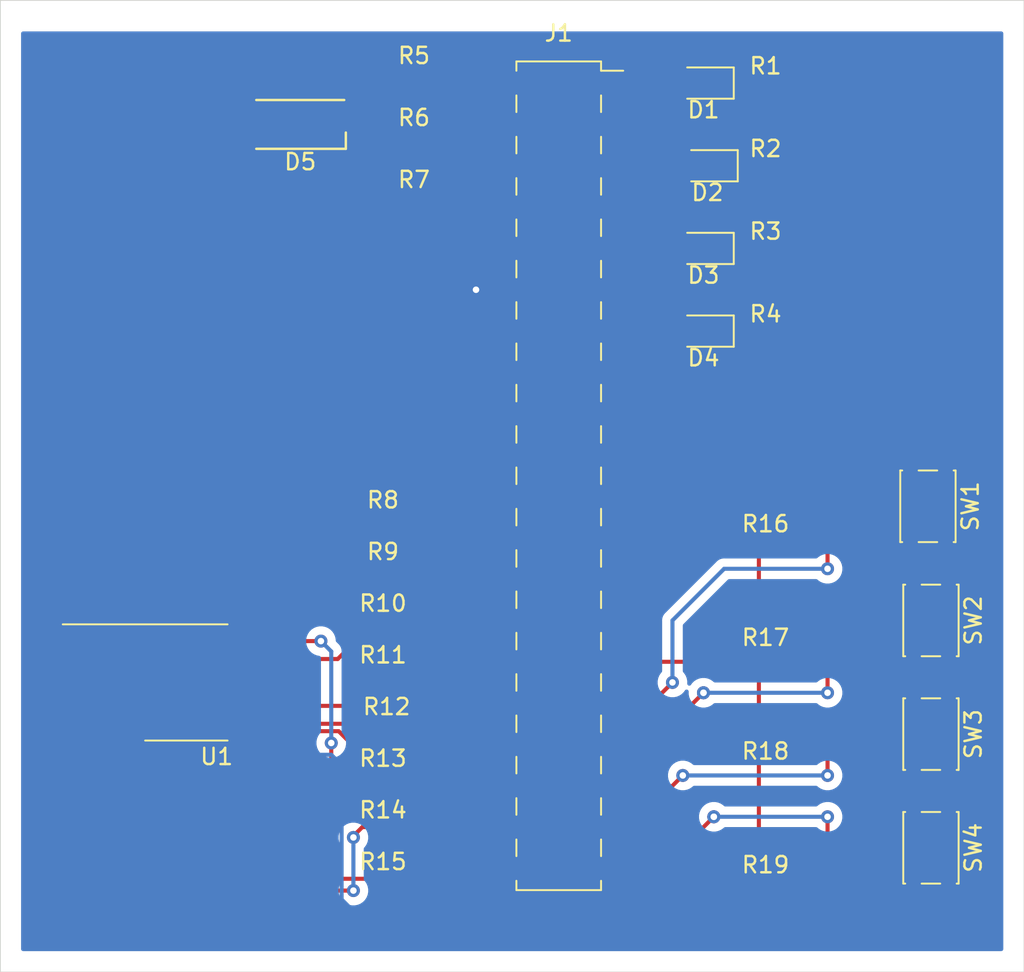
<source format=kicad_pcb>
(kicad_pcb (version 20171130) (host pcbnew "(5.1.9)-1")

  (general
    (thickness 1.6)
    (drawings 4)
    (tracks 177)
    (zones 0)
    (modules 30)
    (nets 55)
  )

  (page A4)
  (layers
    (0 F.Cu signal)
    (31 B.Cu signal)
    (32 B.Adhes user)
    (33 F.Adhes user)
    (34 B.Paste user)
    (35 F.Paste user)
    (36 B.SilkS user)
    (37 F.SilkS user)
    (38 B.Mask user)
    (39 F.Mask user)
    (40 Dwgs.User user)
    (41 Cmts.User user)
    (42 Eco1.User user)
    (43 Eco2.User user)
    (44 Edge.Cuts user)
    (45 Margin user)
    (46 B.CrtYd user)
    (47 F.CrtYd user)
    (48 B.Fab user)
    (49 F.Fab user)
  )

  (setup
    (last_trace_width 0.25)
    (trace_clearance 0.2)
    (zone_clearance 0.508)
    (zone_45_only no)
    (trace_min 0.2)
    (via_size 0.8)
    (via_drill 0.4)
    (via_min_size 0.4)
    (via_min_drill 0.3)
    (uvia_size 0.3)
    (uvia_drill 0.1)
    (uvias_allowed no)
    (uvia_min_size 0.2)
    (uvia_min_drill 0.1)
    (edge_width 0.05)
    (segment_width 0.2)
    (pcb_text_width 0.3)
    (pcb_text_size 1.5 1.5)
    (mod_edge_width 0.12)
    (mod_text_size 1 1)
    (mod_text_width 0.15)
    (pad_size 1.524 1.524)
    (pad_drill 0.762)
    (pad_to_mask_clearance 0)
    (aux_axis_origin 0 0)
    (visible_elements 7FFFFFFF)
    (pcbplotparams
      (layerselection 0x010f0_ffffffff)
      (usegerberextensions false)
      (usegerberattributes true)
      (usegerberadvancedattributes true)
      (creategerberjobfile true)
      (excludeedgelayer true)
      (linewidth 0.100000)
      (plotframeref false)
      (viasonmask false)
      (mode 1)
      (useauxorigin false)
      (hpglpennumber 1)
      (hpglpenspeed 20)
      (hpglpendiameter 15.000000)
      (psnegative false)
      (psa4output false)
      (plotreference true)
      (plotvalue true)
      (plotinvisibletext false)
      (padsonsilk false)
      (subtractmaskfromsilk false)
      (outputformat 1)
      (mirror false)
      (drillshape 0)
      (scaleselection 1)
      (outputdirectory "sendtofab/"))
  )

  (net 0 "")
  (net 1 "Net-(D1-Pad2)")
  (net 2 "Net-(D1-Pad1)")
  (net 3 "Net-(D2-Pad1)")
  (net 4 "Net-(D2-Pad2)")
  (net 5 "Net-(D3-Pad2)")
  (net 6 "Net-(D3-Pad1)")
  (net 7 "Net-(D4-Pad1)")
  (net 8 "Net-(D4-Pad2)")
  (net 9 "Net-(D5-Pad1)")
  (net 10 "Net-(D5-Pad2)")
  (net 11 GND)
  (net 12 "Net-(D5-Pad3)")
  (net 13 "Net-(J1-Pad2)")
  (net 14 "Net-(J1-Pad4)")
  (net 15 "Net-(J1-Pad6)")
  (net 16 "Net-(J1-Pad8)")
  (net 17 "Net-(J1-Pad9)")
  (net 18 "Net-(J1-Pad10)")
  (net 19 "Net-(J1-Pad11)")
  (net 20 "Net-(J1-Pad13)")
  (net 21 "Net-(J1-Pad14)")
  (net 22 "Net-(J1-Pad15)")
  (net 23 "Net-(J1-Pad16)")
  (net 24 "Net-(J1-Pad17)")
  (net 25 "Net-(J1-Pad18)")
  (net 26 "Net-(J1-Pad19)")
  (net 27 "Net-(J1-Pad20)")
  (net 28 "Net-(J1-Pad21)")
  (net 29 "Net-(J1-Pad22)")
  (net 30 "Net-(J1-Pad23)")
  (net 31 "Net-(J1-Pad24)")
  (net 32 "Net-(J1-Pad25)")
  (net 33 "Net-(J1-Pad26)")
  (net 34 "Net-(J1-Pad27)")
  (net 35 "Net-(J1-Pad28)")
  (net 36 +3V3)
  (net 37 "Net-(J1-Pad31)")
  (net 38 "Net-(J1-Pad32)")
  (net 39 "Net-(J1-Pad33)")
  (net 40 "Net-(J1-Pad34)")
  (net 41 "Net-(J1-Pad35)")
  (net 42 "Net-(J1-Pad36)")
  (net 43 "Net-(J1-Pad37)")
  (net 44 "Net-(J1-Pad38)")
  (net 45 "Net-(J1-Pad39)")
  (net 46 "Net-(J1-Pad40)")
  (net 47 "Net-(R8-Pad1)")
  (net 48 "Net-(R9-Pad1)")
  (net 49 "Net-(R10-Pad1)")
  (net 50 "Net-(R11-Pad1)")
  (net 51 "Net-(R12-Pad1)")
  (net 52 "Net-(R13-Pad1)")
  (net 53 "Net-(R14-Pad1)")
  (net 54 "Net-(R15-Pad1)")

  (net_class Default "This is the default net class."
    (clearance 0.2)
    (trace_width 0.25)
    (via_dia 0.8)
    (via_drill 0.4)
    (uvia_dia 0.3)
    (uvia_drill 0.1)
    (add_net +3V3)
    (add_net GND)
    (add_net "Net-(D1-Pad1)")
    (add_net "Net-(D1-Pad2)")
    (add_net "Net-(D2-Pad1)")
    (add_net "Net-(D2-Pad2)")
    (add_net "Net-(D3-Pad1)")
    (add_net "Net-(D3-Pad2)")
    (add_net "Net-(D4-Pad1)")
    (add_net "Net-(D4-Pad2)")
    (add_net "Net-(D5-Pad1)")
    (add_net "Net-(D5-Pad2)")
    (add_net "Net-(D5-Pad3)")
    (add_net "Net-(J1-Pad10)")
    (add_net "Net-(J1-Pad11)")
    (add_net "Net-(J1-Pad13)")
    (add_net "Net-(J1-Pad14)")
    (add_net "Net-(J1-Pad15)")
    (add_net "Net-(J1-Pad16)")
    (add_net "Net-(J1-Pad17)")
    (add_net "Net-(J1-Pad18)")
    (add_net "Net-(J1-Pad19)")
    (add_net "Net-(J1-Pad2)")
    (add_net "Net-(J1-Pad20)")
    (add_net "Net-(J1-Pad21)")
    (add_net "Net-(J1-Pad22)")
    (add_net "Net-(J1-Pad23)")
    (add_net "Net-(J1-Pad24)")
    (add_net "Net-(J1-Pad25)")
    (add_net "Net-(J1-Pad26)")
    (add_net "Net-(J1-Pad27)")
    (add_net "Net-(J1-Pad28)")
    (add_net "Net-(J1-Pad31)")
    (add_net "Net-(J1-Pad32)")
    (add_net "Net-(J1-Pad33)")
    (add_net "Net-(J1-Pad34)")
    (add_net "Net-(J1-Pad35)")
    (add_net "Net-(J1-Pad36)")
    (add_net "Net-(J1-Pad37)")
    (add_net "Net-(J1-Pad38)")
    (add_net "Net-(J1-Pad39)")
    (add_net "Net-(J1-Pad4)")
    (add_net "Net-(J1-Pad40)")
    (add_net "Net-(J1-Pad6)")
    (add_net "Net-(J1-Pad8)")
    (add_net "Net-(J1-Pad9)")
    (add_net "Net-(R10-Pad1)")
    (add_net "Net-(R11-Pad1)")
    (add_net "Net-(R12-Pad1)")
    (add_net "Net-(R13-Pad1)")
    (add_net "Net-(R14-Pad1)")
    (add_net "Net-(R15-Pad1)")
    (add_net "Net-(R8-Pad1)")
    (add_net "Net-(R9-Pad1)")
  )

  (module LED_SMD:LED_0805_2012Metric_Pad1.15x1.40mm_HandSolder (layer F.Cu) (tedit 5F68FEF1) (tstamp 5FFFD578)
    (at 118.11 78.74 180)
    (descr "LED SMD 0805 (2012 Metric), square (rectangular) end terminal, IPC_7351 nominal, (Body size source: https://docs.google.com/spreadsheets/d/1BsfQQcO9C6DZCsRaXUlFlo91Tg2WpOkGARC1WS5S8t0/edit?usp=sharing), generated with kicad-footprint-generator")
    (tags "LED handsolder")
    (path /5FF7FE60)
    (attr smd)
    (fp_text reference D1 (at 0 -1.65) (layer F.SilkS)
      (effects (font (size 1 1) (thickness 0.15)))
    )
    (fp_text value LED (at 0 1.65) (layer F.Fab)
      (effects (font (size 1 1) (thickness 0.15)))
    )
    (fp_line (start 1.85 0.95) (end -1.85 0.95) (layer F.CrtYd) (width 0.05))
    (fp_line (start 1.85 -0.95) (end 1.85 0.95) (layer F.CrtYd) (width 0.05))
    (fp_line (start -1.85 -0.95) (end 1.85 -0.95) (layer F.CrtYd) (width 0.05))
    (fp_line (start -1.85 0.95) (end -1.85 -0.95) (layer F.CrtYd) (width 0.05))
    (fp_line (start -1.86 0.96) (end 1 0.96) (layer F.SilkS) (width 0.12))
    (fp_line (start -1.86 -0.96) (end -1.86 0.96) (layer F.SilkS) (width 0.12))
    (fp_line (start 1 -0.96) (end -1.86 -0.96) (layer F.SilkS) (width 0.12))
    (fp_line (start 1 0.6) (end 1 -0.6) (layer F.Fab) (width 0.1))
    (fp_line (start -1 0.6) (end 1 0.6) (layer F.Fab) (width 0.1))
    (fp_line (start -1 -0.3) (end -1 0.6) (layer F.Fab) (width 0.1))
    (fp_line (start -0.7 -0.6) (end -1 -0.3) (layer F.Fab) (width 0.1))
    (fp_line (start 1 -0.6) (end -0.7 -0.6) (layer F.Fab) (width 0.1))
    (fp_text user %R (at 0 0) (layer F.Fab)
      (effects (font (size 0.5 0.5) (thickness 0.08)))
    )
    (pad 2 smd roundrect (at 1.025 0 180) (size 1.15 1.4) (layers F.Cu F.Paste F.Mask) (roundrect_rratio 0.2173904347826087)
      (net 1 "Net-(D1-Pad2)"))
    (pad 1 smd roundrect (at -1.025 0 180) (size 1.15 1.4) (layers F.Cu F.Paste F.Mask) (roundrect_rratio 0.2173904347826087)
      (net 2 "Net-(D1-Pad1)"))
    (model ${KISYS3DMOD}/LED_SMD.3dshapes/LED_0805_2012Metric.wrl
      (at (xyz 0 0 0))
      (scale (xyz 1 1 1))
      (rotate (xyz 0 0 0))
    )
  )

  (module LED_SMD:LED_0805_2012Metric_Pad1.15x1.40mm_HandSolder (layer F.Cu) (tedit 5F68FEF1) (tstamp 5FFFD58B)
    (at 118.355 83.82 180)
    (descr "LED SMD 0805 (2012 Metric), square (rectangular) end terminal, IPC_7351 nominal, (Body size source: https://docs.google.com/spreadsheets/d/1BsfQQcO9C6DZCsRaXUlFlo91Tg2WpOkGARC1WS5S8t0/edit?usp=sharing), generated with kicad-footprint-generator")
    (tags "LED handsolder")
    (path /5FF811C9)
    (attr smd)
    (fp_text reference D2 (at 0 -1.65) (layer F.SilkS)
      (effects (font (size 1 1) (thickness 0.15)))
    )
    (fp_text value LED (at 0 1.65) (layer F.Fab)
      (effects (font (size 1 1) (thickness 0.15)))
    )
    (fp_line (start 1 -0.6) (end -0.7 -0.6) (layer F.Fab) (width 0.1))
    (fp_line (start -0.7 -0.6) (end -1 -0.3) (layer F.Fab) (width 0.1))
    (fp_line (start -1 -0.3) (end -1 0.6) (layer F.Fab) (width 0.1))
    (fp_line (start -1 0.6) (end 1 0.6) (layer F.Fab) (width 0.1))
    (fp_line (start 1 0.6) (end 1 -0.6) (layer F.Fab) (width 0.1))
    (fp_line (start 1 -0.96) (end -1.86 -0.96) (layer F.SilkS) (width 0.12))
    (fp_line (start -1.86 -0.96) (end -1.86 0.96) (layer F.SilkS) (width 0.12))
    (fp_line (start -1.86 0.96) (end 1 0.96) (layer F.SilkS) (width 0.12))
    (fp_line (start -1.85 0.95) (end -1.85 -0.95) (layer F.CrtYd) (width 0.05))
    (fp_line (start -1.85 -0.95) (end 1.85 -0.95) (layer F.CrtYd) (width 0.05))
    (fp_line (start 1.85 -0.95) (end 1.85 0.95) (layer F.CrtYd) (width 0.05))
    (fp_line (start 1.85 0.95) (end -1.85 0.95) (layer F.CrtYd) (width 0.05))
    (fp_text user %R (at 0 0) (layer F.Fab)
      (effects (font (size 0.5 0.5) (thickness 0.08)))
    )
    (pad 1 smd roundrect (at -1.025 0 180) (size 1.15 1.4) (layers F.Cu F.Paste F.Mask) (roundrect_rratio 0.2173904347826087)
      (net 3 "Net-(D2-Pad1)"))
    (pad 2 smd roundrect (at 1.025 0 180) (size 1.15 1.4) (layers F.Cu F.Paste F.Mask) (roundrect_rratio 0.2173904347826087)
      (net 4 "Net-(D2-Pad2)"))
    (model ${KISYS3DMOD}/LED_SMD.3dshapes/LED_0805_2012Metric.wrl
      (at (xyz 0 0 0))
      (scale (xyz 1 1 1))
      (rotate (xyz 0 0 0))
    )
  )

  (module LED_SMD:LED_0805_2012Metric_Pad1.15x1.40mm_HandSolder (layer F.Cu) (tedit 5F68FEF1) (tstamp 5FFFD59E)
    (at 118.11 88.9 180)
    (descr "LED SMD 0805 (2012 Metric), square (rectangular) end terminal, IPC_7351 nominal, (Body size source: https://docs.google.com/spreadsheets/d/1BsfQQcO9C6DZCsRaXUlFlo91Tg2WpOkGARC1WS5S8t0/edit?usp=sharing), generated with kicad-footprint-generator")
    (tags "LED handsolder")
    (path /5FF815D5)
    (attr smd)
    (fp_text reference D3 (at 0 -1.65) (layer F.SilkS)
      (effects (font (size 1 1) (thickness 0.15)))
    )
    (fp_text value LED (at 0 1.65) (layer F.Fab)
      (effects (font (size 1 1) (thickness 0.15)))
    )
    (fp_line (start 1.85 0.95) (end -1.85 0.95) (layer F.CrtYd) (width 0.05))
    (fp_line (start 1.85 -0.95) (end 1.85 0.95) (layer F.CrtYd) (width 0.05))
    (fp_line (start -1.85 -0.95) (end 1.85 -0.95) (layer F.CrtYd) (width 0.05))
    (fp_line (start -1.85 0.95) (end -1.85 -0.95) (layer F.CrtYd) (width 0.05))
    (fp_line (start -1.86 0.96) (end 1 0.96) (layer F.SilkS) (width 0.12))
    (fp_line (start -1.86 -0.96) (end -1.86 0.96) (layer F.SilkS) (width 0.12))
    (fp_line (start 1 -0.96) (end -1.86 -0.96) (layer F.SilkS) (width 0.12))
    (fp_line (start 1 0.6) (end 1 -0.6) (layer F.Fab) (width 0.1))
    (fp_line (start -1 0.6) (end 1 0.6) (layer F.Fab) (width 0.1))
    (fp_line (start -1 -0.3) (end -1 0.6) (layer F.Fab) (width 0.1))
    (fp_line (start -0.7 -0.6) (end -1 -0.3) (layer F.Fab) (width 0.1))
    (fp_line (start 1 -0.6) (end -0.7 -0.6) (layer F.Fab) (width 0.1))
    (fp_text user %R (at 0 0) (layer F.Fab)
      (effects (font (size 0.5 0.5) (thickness 0.08)))
    )
    (pad 2 smd roundrect (at 1.025 0 180) (size 1.15 1.4) (layers F.Cu F.Paste F.Mask) (roundrect_rratio 0.2173904347826087)
      (net 5 "Net-(D3-Pad2)"))
    (pad 1 smd roundrect (at -1.025 0 180) (size 1.15 1.4) (layers F.Cu F.Paste F.Mask) (roundrect_rratio 0.2173904347826087)
      (net 6 "Net-(D3-Pad1)"))
    (model ${KISYS3DMOD}/LED_SMD.3dshapes/LED_0805_2012Metric.wrl
      (at (xyz 0 0 0))
      (scale (xyz 1 1 1))
      (rotate (xyz 0 0 0))
    )
  )

  (module LED_SMD:LED_0805_2012Metric_Pad1.15x1.40mm_HandSolder (layer F.Cu) (tedit 5F68FEF1) (tstamp 5FFFD5B1)
    (at 118.11 93.98 180)
    (descr "LED SMD 0805 (2012 Metric), square (rectangular) end terminal, IPC_7351 nominal, (Body size source: https://docs.google.com/spreadsheets/d/1BsfQQcO9C6DZCsRaXUlFlo91Tg2WpOkGARC1WS5S8t0/edit?usp=sharing), generated with kicad-footprint-generator")
    (tags "LED handsolder")
    (path /5FF81633)
    (attr smd)
    (fp_text reference D4 (at 0 -1.65) (layer F.SilkS)
      (effects (font (size 1 1) (thickness 0.15)))
    )
    (fp_text value LED (at 0 1.65) (layer F.Fab)
      (effects (font (size 1 1) (thickness 0.15)))
    )
    (fp_line (start 1 -0.6) (end -0.7 -0.6) (layer F.Fab) (width 0.1))
    (fp_line (start -0.7 -0.6) (end -1 -0.3) (layer F.Fab) (width 0.1))
    (fp_line (start -1 -0.3) (end -1 0.6) (layer F.Fab) (width 0.1))
    (fp_line (start -1 0.6) (end 1 0.6) (layer F.Fab) (width 0.1))
    (fp_line (start 1 0.6) (end 1 -0.6) (layer F.Fab) (width 0.1))
    (fp_line (start 1 -0.96) (end -1.86 -0.96) (layer F.SilkS) (width 0.12))
    (fp_line (start -1.86 -0.96) (end -1.86 0.96) (layer F.SilkS) (width 0.12))
    (fp_line (start -1.86 0.96) (end 1 0.96) (layer F.SilkS) (width 0.12))
    (fp_line (start -1.85 0.95) (end -1.85 -0.95) (layer F.CrtYd) (width 0.05))
    (fp_line (start -1.85 -0.95) (end 1.85 -0.95) (layer F.CrtYd) (width 0.05))
    (fp_line (start 1.85 -0.95) (end 1.85 0.95) (layer F.CrtYd) (width 0.05))
    (fp_line (start 1.85 0.95) (end -1.85 0.95) (layer F.CrtYd) (width 0.05))
    (fp_text user %R (at 0 0) (layer F.Fab)
      (effects (font (size 0.5 0.5) (thickness 0.08)))
    )
    (pad 1 smd roundrect (at -1.025 0 180) (size 1.15 1.4) (layers F.Cu F.Paste F.Mask) (roundrect_rratio 0.2173904347826087)
      (net 7 "Net-(D4-Pad1)"))
    (pad 2 smd roundrect (at 1.025 0 180) (size 1.15 1.4) (layers F.Cu F.Paste F.Mask) (roundrect_rratio 0.2173904347826087)
      (net 8 "Net-(D4-Pad2)"))
    (model ${KISYS3DMOD}/LED_SMD.3dshapes/LED_0805_2012Metric.wrl
      (at (xyz 0 0 0))
      (scale (xyz 1 1 1))
      (rotate (xyz 0 0 0))
    )
  )

  (module LED_SMD:LED_RGB_1210 (layer F.Cu) (tedit 5979AE99) (tstamp 5FFFD5C6)
    (at 93.345 81.28 180)
    (descr "RGB LED 3.2x2.7mm http://www.avagotech.com/docs/AV02-0610EN")
    (tags "LED 3227")
    (path /5FF88E22)
    (attr smd)
    (fp_text reference D5 (at 0 -2.3) (layer F.SilkS)
      (effects (font (size 1 1) (thickness 0.15)))
    )
    (fp_text value LED_RGBC (at 0 2.45) (layer F.Fab)
      (effects (font (size 1 1) (thickness 0.15)))
    )
    (fp_line (start -2.95 1.65) (end 2.85 1.65) (layer F.CrtYd) (width 0.05))
    (fp_line (start -2.95 -1.65) (end -2.95 1.65) (layer F.CrtYd) (width 0.05))
    (fp_line (start 2.85 -1.65) (end -2.95 -1.65) (layer F.CrtYd) (width 0.05))
    (fp_line (start 2.85 1.65) (end 2.85 -1.65) (layer F.CrtYd) (width 0.05))
    (fp_line (start 2.7 1.5) (end -2.7 1.5) (layer F.SilkS) (width 0.15))
    (fp_line (start 2.7 -1.5) (end -2.8 -1.5) (layer F.SilkS) (width 0.15))
    (fp_line (start -2.8 -0.5) (end -2.8 -1.5) (layer F.SilkS) (width 0.15))
    (fp_line (start -0.925 -1.35) (end 1.6 -1.35) (layer F.Fab) (width 0.1))
    (fp_line (start 1.6 -1.35) (end 1.6 1.35) (layer F.Fab) (width 0.1))
    (fp_line (start 1.6 1.35) (end -1.6 1.35) (layer F.Fab) (width 0.1))
    (fp_line (start -1.6 1.35) (end -1.6 -0.675) (layer F.Fab) (width 0.1))
    (fp_line (start -1.6 -0.675) (end -0.925 -1.35) (layer F.Fab) (width 0.1))
    (fp_text user %R (at 0 -2.3) (layer F.Fab)
      (effects (font (size 1 1) (thickness 0.15)))
    )
    (pad 1 smd rect (at -1.75 -0.7) (size 1.5 1) (layers F.Cu F.Paste F.Mask)
      (net 9 "Net-(D5-Pad1)"))
    (pad 2 smd rect (at -1.75 0.7) (size 1.5 1) (layers F.Cu F.Paste F.Mask)
      (net 10 "Net-(D5-Pad2)"))
    (pad 4 smd rect (at 1.75 -0.7) (size 1.5 1) (layers F.Cu F.Paste F.Mask)
      (net 11 GND))
    (pad 3 smd rect (at 1.75 0.7) (size 1.5 1) (layers F.Cu F.Paste F.Mask)
      (net 12 "Net-(D5-Pad3)"))
    (model ${KISYS3DMOD}/LED_SMD.3dshapes/LED_RGB_1210.wrl
      (at (xyz 0 0 0))
      (scale (xyz 1 1 1))
      (rotate (xyz 0 0 0))
    )
  )

  (module Connector_PinSocket_2.54mm:PinSocket_2x20_P2.54mm_Vertical_SMD (layer F.Cu) (tedit 5A19A428) (tstamp 5FFFD6A1)
    (at 109.22 102.87)
    (descr "surface-mounted straight socket strip, 2x20, 2.54mm pitch, double cols (from Kicad 4.0.7), script generated")
    (tags "Surface mounted socket strip SMD 2x20 2.54mm double row")
    (path /5FF7A855)
    (attr smd)
    (fp_text reference J1 (at 0 -27.195001) (layer F.SilkS)
      (effects (font (size 1 1) (thickness 0.15)))
    )
    (fp_text value Conn_02x20_Odd_Even (at 0 26.9) (layer F.Fab)
      (effects (font (size 1 1) (thickness 0.15)))
    )
    (fp_line (start -2.6 -25.46) (end 2.6 -25.46) (layer F.SilkS) (width 0.12))
    (fp_line (start 2.6 -25.46) (end 2.6 -24.89) (layer F.SilkS) (width 0.12))
    (fp_line (start 2.6 -23.37) (end 2.6 -22.35) (layer F.SilkS) (width 0.12))
    (fp_line (start 2.6 -20.83) (end 2.6 -19.81) (layer F.SilkS) (width 0.12))
    (fp_line (start 2.6 -18.29) (end 2.6 -17.27) (layer F.SilkS) (width 0.12))
    (fp_line (start 2.6 -15.75) (end 2.6 -14.73) (layer F.SilkS) (width 0.12))
    (fp_line (start 2.6 -13.21) (end 2.6 -12.19) (layer F.SilkS) (width 0.12))
    (fp_line (start 2.6 -10.67) (end 2.6 -9.65) (layer F.SilkS) (width 0.12))
    (fp_line (start 2.6 -8.13) (end 2.6 -7.11) (layer F.SilkS) (width 0.12))
    (fp_line (start 2.6 -5.59) (end 2.6 -4.57) (layer F.SilkS) (width 0.12))
    (fp_line (start 2.6 -3.05) (end 2.6 -2.03) (layer F.SilkS) (width 0.12))
    (fp_line (start 2.6 -0.51) (end 2.6 0.51) (layer F.SilkS) (width 0.12))
    (fp_line (start 2.6 2.03) (end 2.6 3.05) (layer F.SilkS) (width 0.12))
    (fp_line (start 2.6 4.57) (end 2.6 5.59) (layer F.SilkS) (width 0.12))
    (fp_line (start 2.6 7.11) (end 2.6 8.13) (layer F.SilkS) (width 0.12))
    (fp_line (start 2.6 9.65) (end 2.6 10.67) (layer F.SilkS) (width 0.12))
    (fp_line (start 2.6 12.19) (end 2.6 13.21) (layer F.SilkS) (width 0.12))
    (fp_line (start 2.6 14.73) (end 2.6 15.75) (layer F.SilkS) (width 0.12))
    (fp_line (start 2.6 17.27) (end 2.6 18.29) (layer F.SilkS) (width 0.12))
    (fp_line (start 2.6 19.81) (end 2.6 20.83) (layer F.SilkS) (width 0.12))
    (fp_line (start 2.6 22.35) (end 2.6 23.37) (layer F.SilkS) (width 0.12))
    (fp_line (start 2.6 24.89) (end 2.6 25.46) (layer F.SilkS) (width 0.12))
    (fp_line (start -2.6 25.46) (end 2.6 25.46) (layer F.SilkS) (width 0.12))
    (fp_line (start -2.6 -25.46) (end -2.6 -24.89) (layer F.SilkS) (width 0.12))
    (fp_line (start -2.6 -23.37) (end -2.6 -22.35) (layer F.SilkS) (width 0.12))
    (fp_line (start -2.6 -20.83) (end -2.6 -19.81) (layer F.SilkS) (width 0.12))
    (fp_line (start -2.6 -18.29) (end -2.6 -17.27) (layer F.SilkS) (width 0.12))
    (fp_line (start -2.6 -15.75) (end -2.6 -14.73) (layer F.SilkS) (width 0.12))
    (fp_line (start -2.6 -13.21) (end -2.6 -12.19) (layer F.SilkS) (width 0.12))
    (fp_line (start -2.6 -10.67) (end -2.6 -9.65) (layer F.SilkS) (width 0.12))
    (fp_line (start -2.6 -8.13) (end -2.6 -7.11) (layer F.SilkS) (width 0.12))
    (fp_line (start -2.6 -5.59) (end -2.6 -4.57) (layer F.SilkS) (width 0.12))
    (fp_line (start -2.6 -3.05) (end -2.6 -2.03) (layer F.SilkS) (width 0.12))
    (fp_line (start -2.6 -0.51) (end -2.6 0.51) (layer F.SilkS) (width 0.12))
    (fp_line (start -2.6 2.03) (end -2.6 3.05) (layer F.SilkS) (width 0.12))
    (fp_line (start -2.6 4.57) (end -2.6 5.59) (layer F.SilkS) (width 0.12))
    (fp_line (start -2.6 7.11) (end -2.6 8.13) (layer F.SilkS) (width 0.12))
    (fp_line (start -2.6 9.65) (end -2.6 10.67) (layer F.SilkS) (width 0.12))
    (fp_line (start -2.6 12.19) (end -2.6 13.21) (layer F.SilkS) (width 0.12))
    (fp_line (start -2.6 14.73) (end -2.6 15.75) (layer F.SilkS) (width 0.12))
    (fp_line (start -2.6 17.27) (end -2.6 18.29) (layer F.SilkS) (width 0.12))
    (fp_line (start -2.6 19.81) (end -2.6 20.83) (layer F.SilkS) (width 0.12))
    (fp_line (start -2.6 22.35) (end -2.6 23.37) (layer F.SilkS) (width 0.12))
    (fp_line (start -2.6 24.89) (end -2.6 25.46) (layer F.SilkS) (width 0.12))
    (fp_line (start 2.6 -24.89) (end 3.96 -24.89) (layer F.SilkS) (width 0.12))
    (fp_line (start -2.54 -25.4) (end 1.54 -25.4) (layer F.Fab) (width 0.1))
    (fp_line (start 1.54 -25.4) (end 2.54 -24.4) (layer F.Fab) (width 0.1))
    (fp_line (start 2.54 -24.4) (end 2.54 25.4) (layer F.Fab) (width 0.1))
    (fp_line (start 2.54 25.4) (end -2.54 25.4) (layer F.Fab) (width 0.1))
    (fp_line (start -2.54 25.4) (end -2.54 -25.4) (layer F.Fab) (width 0.1))
    (fp_line (start -3.92 -24.45) (end -2.54 -24.45) (layer F.Fab) (width 0.1))
    (fp_line (start -2.54 -23.81) (end -3.92 -23.81) (layer F.Fab) (width 0.1))
    (fp_line (start -3.92 -23.81) (end -3.92 -24.45) (layer F.Fab) (width 0.1))
    (fp_line (start 2.54 -24.45) (end 3.92 -24.45) (layer F.Fab) (width 0.1))
    (fp_line (start 3.92 -24.45) (end 3.92 -23.81) (layer F.Fab) (width 0.1))
    (fp_line (start 3.92 -23.81) (end 2.54 -23.81) (layer F.Fab) (width 0.1))
    (fp_line (start -3.92 -21.91) (end -2.54 -21.91) (layer F.Fab) (width 0.1))
    (fp_line (start -2.54 -21.27) (end -3.92 -21.27) (layer F.Fab) (width 0.1))
    (fp_line (start -3.92 -21.27) (end -3.92 -21.91) (layer F.Fab) (width 0.1))
    (fp_line (start 2.54 -21.91) (end 3.92 -21.91) (layer F.Fab) (width 0.1))
    (fp_line (start 3.92 -21.91) (end 3.92 -21.27) (layer F.Fab) (width 0.1))
    (fp_line (start 3.92 -21.27) (end 2.54 -21.27) (layer F.Fab) (width 0.1))
    (fp_line (start -3.92 -19.37) (end -2.54 -19.37) (layer F.Fab) (width 0.1))
    (fp_line (start -2.54 -18.73) (end -3.92 -18.73) (layer F.Fab) (width 0.1))
    (fp_line (start -3.92 -18.73) (end -3.92 -19.37) (layer F.Fab) (width 0.1))
    (fp_line (start 2.54 -19.37) (end 3.92 -19.37) (layer F.Fab) (width 0.1))
    (fp_line (start 3.92 -19.37) (end 3.92 -18.73) (layer F.Fab) (width 0.1))
    (fp_line (start 3.92 -18.73) (end 2.54 -18.73) (layer F.Fab) (width 0.1))
    (fp_line (start -3.92 -16.83) (end -2.54 -16.83) (layer F.Fab) (width 0.1))
    (fp_line (start -2.54 -16.19) (end -3.92 -16.19) (layer F.Fab) (width 0.1))
    (fp_line (start -3.92 -16.19) (end -3.92 -16.83) (layer F.Fab) (width 0.1))
    (fp_line (start 2.54 -16.83) (end 3.92 -16.83) (layer F.Fab) (width 0.1))
    (fp_line (start 3.92 -16.83) (end 3.92 -16.19) (layer F.Fab) (width 0.1))
    (fp_line (start 3.92 -16.19) (end 2.54 -16.19) (layer F.Fab) (width 0.1))
    (fp_line (start -3.92 -14.29) (end -2.54 -14.29) (layer F.Fab) (width 0.1))
    (fp_line (start -2.54 -13.65) (end -3.92 -13.65) (layer F.Fab) (width 0.1))
    (fp_line (start -3.92 -13.65) (end -3.92 -14.29) (layer F.Fab) (width 0.1))
    (fp_line (start 2.54 -14.29) (end 3.92 -14.29) (layer F.Fab) (width 0.1))
    (fp_line (start 3.92 -14.29) (end 3.92 -13.65) (layer F.Fab) (width 0.1))
    (fp_line (start 3.92 -13.65) (end 2.54 -13.65) (layer F.Fab) (width 0.1))
    (fp_line (start -3.92 -11.75) (end -2.54 -11.75) (layer F.Fab) (width 0.1))
    (fp_line (start -2.54 -11.11) (end -3.92 -11.11) (layer F.Fab) (width 0.1))
    (fp_line (start -3.92 -11.11) (end -3.92 -11.75) (layer F.Fab) (width 0.1))
    (fp_line (start 2.54 -11.75) (end 3.92 -11.75) (layer F.Fab) (width 0.1))
    (fp_line (start 3.92 -11.75) (end 3.92 -11.11) (layer F.Fab) (width 0.1))
    (fp_line (start 3.92 -11.11) (end 2.54 -11.11) (layer F.Fab) (width 0.1))
    (fp_line (start -3.92 -9.21) (end -2.54 -9.21) (layer F.Fab) (width 0.1))
    (fp_line (start -2.54 -8.57) (end -3.92 -8.57) (layer F.Fab) (width 0.1))
    (fp_line (start -3.92 -8.57) (end -3.92 -9.21) (layer F.Fab) (width 0.1))
    (fp_line (start 2.54 -9.21) (end 3.92 -9.21) (layer F.Fab) (width 0.1))
    (fp_line (start 3.92 -9.21) (end 3.92 -8.57) (layer F.Fab) (width 0.1))
    (fp_line (start 3.92 -8.57) (end 2.54 -8.57) (layer F.Fab) (width 0.1))
    (fp_line (start -3.92 -6.67) (end -2.54 -6.67) (layer F.Fab) (width 0.1))
    (fp_line (start -2.54 -6.03) (end -3.92 -6.03) (layer F.Fab) (width 0.1))
    (fp_line (start -3.92 -6.03) (end -3.92 -6.67) (layer F.Fab) (width 0.1))
    (fp_line (start 2.54 -6.67) (end 3.92 -6.67) (layer F.Fab) (width 0.1))
    (fp_line (start 3.92 -6.67) (end 3.92 -6.03) (layer F.Fab) (width 0.1))
    (fp_line (start 3.92 -6.03) (end 2.54 -6.03) (layer F.Fab) (width 0.1))
    (fp_line (start -3.92 -4.13) (end -2.54 -4.13) (layer F.Fab) (width 0.1))
    (fp_line (start -2.54 -3.49) (end -3.92 -3.49) (layer F.Fab) (width 0.1))
    (fp_line (start -3.92 -3.49) (end -3.92 -4.13) (layer F.Fab) (width 0.1))
    (fp_line (start 2.54 -4.13) (end 3.92 -4.13) (layer F.Fab) (width 0.1))
    (fp_line (start 3.92 -4.13) (end 3.92 -3.49) (layer F.Fab) (width 0.1))
    (fp_line (start 3.92 -3.49) (end 2.54 -3.49) (layer F.Fab) (width 0.1))
    (fp_line (start -3.92 -1.59) (end -2.54 -1.59) (layer F.Fab) (width 0.1))
    (fp_line (start -2.54 -0.95) (end -3.92 -0.95) (layer F.Fab) (width 0.1))
    (fp_line (start -3.92 -0.95) (end -3.92 -1.59) (layer F.Fab) (width 0.1))
    (fp_line (start 2.54 -1.59) (end 3.92 -1.59) (layer F.Fab) (width 0.1))
    (fp_line (start 3.92 -1.59) (end 3.92 -0.95) (layer F.Fab) (width 0.1))
    (fp_line (start 3.92 -0.95) (end 2.54 -0.95) (layer F.Fab) (width 0.1))
    (fp_line (start -3.92 0.95) (end -2.54 0.95) (layer F.Fab) (width 0.1))
    (fp_line (start -2.54 1.59) (end -3.92 1.59) (layer F.Fab) (width 0.1))
    (fp_line (start -3.92 1.59) (end -3.92 0.95) (layer F.Fab) (width 0.1))
    (fp_line (start 2.54 0.95) (end 3.92 0.95) (layer F.Fab) (width 0.1))
    (fp_line (start 3.92 0.95) (end 3.92 1.59) (layer F.Fab) (width 0.1))
    (fp_line (start 3.92 1.59) (end 2.54 1.59) (layer F.Fab) (width 0.1))
    (fp_line (start -3.92 3.49) (end -2.54 3.49) (layer F.Fab) (width 0.1))
    (fp_line (start -2.54 4.13) (end -3.92 4.13) (layer F.Fab) (width 0.1))
    (fp_line (start -3.92 4.13) (end -3.92 3.49) (layer F.Fab) (width 0.1))
    (fp_line (start 2.54 3.49) (end 3.92 3.49) (layer F.Fab) (width 0.1))
    (fp_line (start 3.92 3.49) (end 3.92 4.13) (layer F.Fab) (width 0.1))
    (fp_line (start 3.92 4.13) (end 2.54 4.13) (layer F.Fab) (width 0.1))
    (fp_line (start -3.92 6.03) (end -2.54 6.03) (layer F.Fab) (width 0.1))
    (fp_line (start -2.54 6.67) (end -3.92 6.67) (layer F.Fab) (width 0.1))
    (fp_line (start -3.92 6.67) (end -3.92 6.03) (layer F.Fab) (width 0.1))
    (fp_line (start 2.54 6.03) (end 3.92 6.03) (layer F.Fab) (width 0.1))
    (fp_line (start 3.92 6.03) (end 3.92 6.67) (layer F.Fab) (width 0.1))
    (fp_line (start 3.92 6.67) (end 2.54 6.67) (layer F.Fab) (width 0.1))
    (fp_line (start -3.92 8.57) (end -2.54 8.57) (layer F.Fab) (width 0.1))
    (fp_line (start -2.54 9.21) (end -3.92 9.21) (layer F.Fab) (width 0.1))
    (fp_line (start -3.92 9.21) (end -3.92 8.57) (layer F.Fab) (width 0.1))
    (fp_line (start 2.54 8.57) (end 3.92 8.57) (layer F.Fab) (width 0.1))
    (fp_line (start 3.92 8.57) (end 3.92 9.21) (layer F.Fab) (width 0.1))
    (fp_line (start 3.92 9.21) (end 2.54 9.21) (layer F.Fab) (width 0.1))
    (fp_line (start -3.92 11.11) (end -2.54 11.11) (layer F.Fab) (width 0.1))
    (fp_line (start -2.54 11.75) (end -3.92 11.75) (layer F.Fab) (width 0.1))
    (fp_line (start -3.92 11.75) (end -3.92 11.11) (layer F.Fab) (width 0.1))
    (fp_line (start 2.54 11.11) (end 3.92 11.11) (layer F.Fab) (width 0.1))
    (fp_line (start 3.92 11.11) (end 3.92 11.75) (layer F.Fab) (width 0.1))
    (fp_line (start 3.92 11.75) (end 2.54 11.75) (layer F.Fab) (width 0.1))
    (fp_line (start -3.92 13.65) (end -2.54 13.65) (layer F.Fab) (width 0.1))
    (fp_line (start -2.54 14.29) (end -3.92 14.29) (layer F.Fab) (width 0.1))
    (fp_line (start -3.92 14.29) (end -3.92 13.65) (layer F.Fab) (width 0.1))
    (fp_line (start 2.54 13.65) (end 3.92 13.65) (layer F.Fab) (width 0.1))
    (fp_line (start 3.92 13.65) (end 3.92 14.29) (layer F.Fab) (width 0.1))
    (fp_line (start 3.92 14.29) (end 2.54 14.29) (layer F.Fab) (width 0.1))
    (fp_line (start -3.92 16.19) (end -2.54 16.19) (layer F.Fab) (width 0.1))
    (fp_line (start -2.54 16.83) (end -3.92 16.83) (layer F.Fab) (width 0.1))
    (fp_line (start -3.92 16.83) (end -3.92 16.19) (layer F.Fab) (width 0.1))
    (fp_line (start 2.54 16.19) (end 3.92 16.19) (layer F.Fab) (width 0.1))
    (fp_line (start 3.92 16.19) (end 3.92 16.83) (layer F.Fab) (width 0.1))
    (fp_line (start 3.92 16.83) (end 2.54 16.83) (layer F.Fab) (width 0.1))
    (fp_line (start -3.92 18.73) (end -2.54 18.73) (layer F.Fab) (width 0.1))
    (fp_line (start -2.54 19.37) (end -3.92 19.37) (layer F.Fab) (width 0.1))
    (fp_line (start -3.92 19.37) (end -3.92 18.73) (layer F.Fab) (width 0.1))
    (fp_line (start 2.54 18.73) (end 3.92 18.73) (layer F.Fab) (width 0.1))
    (fp_line (start 3.92 18.73) (end 3.92 19.37) (layer F.Fab) (width 0.1))
    (fp_line (start 3.92 19.37) (end 2.54 19.37) (layer F.Fab) (width 0.1))
    (fp_line (start -3.92 21.27) (end -2.54 21.27) (layer F.Fab) (width 0.1))
    (fp_line (start -2.54 21.91) (end -3.92 21.91) (layer F.Fab) (width 0.1))
    (fp_line (start -3.92 21.91) (end -3.92 21.27) (layer F.Fab) (width 0.1))
    (fp_line (start 2.54 21.27) (end 3.92 21.27) (layer F.Fab) (width 0.1))
    (fp_line (start 3.92 21.27) (end 3.92 21.91) (layer F.Fab) (width 0.1))
    (fp_line (start 3.92 21.91) (end 2.54 21.91) (layer F.Fab) (width 0.1))
    (fp_line (start -3.92 23.81) (end -2.54 23.81) (layer F.Fab) (width 0.1))
    (fp_line (start -2.54 24.45) (end -3.92 24.45) (layer F.Fab) (width 0.1))
    (fp_line (start -3.92 24.45) (end -3.92 23.81) (layer F.Fab) (width 0.1))
    (fp_line (start 2.54 23.81) (end 3.92 23.81) (layer F.Fab) (width 0.1))
    (fp_line (start 3.92 23.81) (end 3.92 24.45) (layer F.Fab) (width 0.1))
    (fp_line (start 3.92 24.45) (end 2.54 24.45) (layer F.Fab) (width 0.1))
    (fp_line (start -4.55 -25.9) (end 4.5 -25.9) (layer F.CrtYd) (width 0.05))
    (fp_line (start 4.5 -25.9) (end 4.5 25.9) (layer F.CrtYd) (width 0.05))
    (fp_line (start 4.5 25.9) (end -4.55 25.9) (layer F.CrtYd) (width 0.05))
    (fp_line (start -4.55 25.9) (end -4.55 -25.9) (layer F.CrtYd) (width 0.05))
    (fp_text user %R (at 0 0 90) (layer F.Fab)
      (effects (font (size 1 1) (thickness 0.15)))
    )
    (pad 1 smd rect (at 2.52 -24.13) (size 3 1) (layers F.Cu F.Paste F.Mask)
      (net 1 "Net-(D1-Pad2)"))
    (pad 2 smd rect (at -2.52 -24.13) (size 3 1) (layers F.Cu F.Paste F.Mask)
      (net 13 "Net-(J1-Pad2)"))
    (pad 3 smd rect (at 2.52 -21.59) (size 3 1) (layers F.Cu F.Paste F.Mask)
      (net 4 "Net-(D2-Pad2)"))
    (pad 4 smd rect (at -2.52 -21.59) (size 3 1) (layers F.Cu F.Paste F.Mask)
      (net 14 "Net-(J1-Pad4)"))
    (pad 5 smd rect (at 2.52 -19.05) (size 3 1) (layers F.Cu F.Paste F.Mask)
      (net 5 "Net-(D3-Pad2)"))
    (pad 6 smd rect (at -2.52 -19.05) (size 3 1) (layers F.Cu F.Paste F.Mask)
      (net 15 "Net-(J1-Pad6)"))
    (pad 7 smd rect (at 2.52 -16.51) (size 3 1) (layers F.Cu F.Paste F.Mask)
      (net 8 "Net-(D4-Pad2)"))
    (pad 8 smd rect (at -2.52 -16.51) (size 3 1) (layers F.Cu F.Paste F.Mask)
      (net 16 "Net-(J1-Pad8)"))
    (pad 9 smd rect (at 2.52 -13.97) (size 3 1) (layers F.Cu F.Paste F.Mask)
      (net 17 "Net-(J1-Pad9)"))
    (pad 10 smd rect (at -2.52 -13.97) (size 3 1) (layers F.Cu F.Paste F.Mask)
      (net 18 "Net-(J1-Pad10)"))
    (pad 11 smd rect (at 2.52 -11.43) (size 3 1) (layers F.Cu F.Paste F.Mask)
      (net 19 "Net-(J1-Pad11)"))
    (pad 12 smd rect (at -2.52 -11.43) (size 3 1) (layers F.Cu F.Paste F.Mask)
      (net 11 GND))
    (pad 13 smd rect (at 2.52 -8.89) (size 3 1) (layers F.Cu F.Paste F.Mask)
      (net 20 "Net-(J1-Pad13)"))
    (pad 14 smd rect (at -2.52 -8.89) (size 3 1) (layers F.Cu F.Paste F.Mask)
      (net 21 "Net-(J1-Pad14)"))
    (pad 15 smd rect (at 2.52 -6.35) (size 3 1) (layers F.Cu F.Paste F.Mask)
      (net 22 "Net-(J1-Pad15)"))
    (pad 16 smd rect (at -2.52 -6.35) (size 3 1) (layers F.Cu F.Paste F.Mask)
      (net 23 "Net-(J1-Pad16)"))
    (pad 17 smd rect (at 2.52 -3.81) (size 3 1) (layers F.Cu F.Paste F.Mask)
      (net 24 "Net-(J1-Pad17)"))
    (pad 18 smd rect (at -2.52 -3.81) (size 3 1) (layers F.Cu F.Paste F.Mask)
      (net 25 "Net-(J1-Pad18)"))
    (pad 19 smd rect (at 2.52 -1.27) (size 3 1) (layers F.Cu F.Paste F.Mask)
      (net 26 "Net-(J1-Pad19)"))
    (pad 20 smd rect (at -2.52 -1.27) (size 3 1) (layers F.Cu F.Paste F.Mask)
      (net 27 "Net-(J1-Pad20)"))
    (pad 21 smd rect (at 2.52 1.27) (size 3 1) (layers F.Cu F.Paste F.Mask)
      (net 28 "Net-(J1-Pad21)"))
    (pad 22 smd rect (at -2.52 1.27) (size 3 1) (layers F.Cu F.Paste F.Mask)
      (net 29 "Net-(J1-Pad22)"))
    (pad 23 smd rect (at 2.52 3.81) (size 3 1) (layers F.Cu F.Paste F.Mask)
      (net 30 "Net-(J1-Pad23)"))
    (pad 24 smd rect (at -2.52 3.81) (size 3 1) (layers F.Cu F.Paste F.Mask)
      (net 31 "Net-(J1-Pad24)"))
    (pad 25 smd rect (at 2.52 6.35) (size 3 1) (layers F.Cu F.Paste F.Mask)
      (net 32 "Net-(J1-Pad25)"))
    (pad 26 smd rect (at -2.52 6.35) (size 3 1) (layers F.Cu F.Paste F.Mask)
      (net 33 "Net-(J1-Pad26)"))
    (pad 27 smd rect (at 2.52 8.89) (size 3 1) (layers F.Cu F.Paste F.Mask)
      (net 34 "Net-(J1-Pad27)"))
    (pad 28 smd rect (at -2.52 8.89) (size 3 1) (layers F.Cu F.Paste F.Mask)
      (net 35 "Net-(J1-Pad28)"))
    (pad 29 smd rect (at 2.52 11.43) (size 3 1) (layers F.Cu F.Paste F.Mask)
      (net 36 +3V3))
    (pad 30 smd rect (at -2.52 11.43) (size 3 1) (layers F.Cu F.Paste F.Mask)
      (net 11 GND))
    (pad 31 smd rect (at 2.52 13.97) (size 3 1) (layers F.Cu F.Paste F.Mask)
      (net 37 "Net-(J1-Pad31)"))
    (pad 32 smd rect (at -2.52 13.97) (size 3 1) (layers F.Cu F.Paste F.Mask)
      (net 38 "Net-(J1-Pad32)"))
    (pad 33 smd rect (at 2.52 16.51) (size 3 1) (layers F.Cu F.Paste F.Mask)
      (net 39 "Net-(J1-Pad33)"))
    (pad 34 smd rect (at -2.52 16.51) (size 3 1) (layers F.Cu F.Paste F.Mask)
      (net 40 "Net-(J1-Pad34)"))
    (pad 35 smd rect (at 2.52 19.05) (size 3 1) (layers F.Cu F.Paste F.Mask)
      (net 41 "Net-(J1-Pad35)"))
    (pad 36 smd rect (at -2.52 19.05) (size 3 1) (layers F.Cu F.Paste F.Mask)
      (net 42 "Net-(J1-Pad36)"))
    (pad 37 smd rect (at 2.52 21.59) (size 3 1) (layers F.Cu F.Paste F.Mask)
      (net 43 "Net-(J1-Pad37)"))
    (pad 38 smd rect (at -2.52 21.59) (size 3 1) (layers F.Cu F.Paste F.Mask)
      (net 44 "Net-(J1-Pad38)"))
    (pad 39 smd rect (at 2.52 24.13) (size 3 1) (layers F.Cu F.Paste F.Mask)
      (net 45 "Net-(J1-Pad39)"))
    (pad 40 smd rect (at -2.52 24.13) (size 3 1) (layers F.Cu F.Paste F.Mask)
      (net 46 "Net-(J1-Pad40)"))
    (model ${KISYS3DMOD}/Connector_PinSocket_2.54mm.3dshapes/PinSocket_2x20_P2.54mm_Vertical_SMD.wrl
      (at (xyz 0 0 0))
      (scale (xyz 1 1 1))
      (rotate (xyz 0 0 0))
    )
  )

  (module Resistor_SMD:R_0201_0603Metric_Pad0.64x0.40mm_HandSolder (layer F.Cu) (tedit 5F6BB9E0) (tstamp 5FFFD6B2)
    (at 121.92 78.74)
    (descr "Resistor SMD 0201 (0603 Metric), square (rectangular) end terminal, IPC_7351 nominal with elongated pad for handsoldering. (Body size source: https://www.vishay.com/docs/20052/crcw0201e3.pdf), generated with kicad-footprint-generator")
    (tags "resistor handsolder")
    (path /5FF8176D)
    (attr smd)
    (fp_text reference R1 (at 0 -1.05) (layer F.SilkS)
      (effects (font (size 1 1) (thickness 0.15)))
    )
    (fp_text value 200 (at 0 1.05) (layer F.Fab)
      (effects (font (size 1 1) (thickness 0.15)))
    )
    (fp_line (start -0.3 0.15) (end -0.3 -0.15) (layer F.Fab) (width 0.1))
    (fp_line (start -0.3 -0.15) (end 0.3 -0.15) (layer F.Fab) (width 0.1))
    (fp_line (start 0.3 -0.15) (end 0.3 0.15) (layer F.Fab) (width 0.1))
    (fp_line (start 0.3 0.15) (end -0.3 0.15) (layer F.Fab) (width 0.1))
    (fp_line (start -0.88 0.35) (end -0.88 -0.35) (layer F.CrtYd) (width 0.05))
    (fp_line (start -0.88 -0.35) (end 0.88 -0.35) (layer F.CrtYd) (width 0.05))
    (fp_line (start 0.88 -0.35) (end 0.88 0.35) (layer F.CrtYd) (width 0.05))
    (fp_line (start 0.88 0.35) (end -0.88 0.35) (layer F.CrtYd) (width 0.05))
    (fp_text user %R (at 0 -0.68) (layer F.Fab)
      (effects (font (size 0.25 0.25) (thickness 0.04)))
    )
    (pad "" smd roundrect (at -0.4325 0) (size 0.458 0.36) (layers F.Paste) (roundrect_rratio 0.25))
    (pad "" smd roundrect (at 0.4325 0) (size 0.458 0.36) (layers F.Paste) (roundrect_rratio 0.25))
    (pad 1 smd roundrect (at -0.4075 0) (size 0.635 0.4) (layers F.Cu F.Mask) (roundrect_rratio 0.25)
      (net 2 "Net-(D1-Pad1)"))
    (pad 2 smd roundrect (at 0.4075 0) (size 0.635 0.4) (layers F.Cu F.Mask) (roundrect_rratio 0.25)
      (net 11 GND))
    (model ${KISYS3DMOD}/Resistor_SMD.3dshapes/R_0201_0603Metric.wrl
      (at (xyz 0 0 0))
      (scale (xyz 1 1 1))
      (rotate (xyz 0 0 0))
    )
  )

  (module Resistor_SMD:R_0201_0603Metric_Pad0.64x0.40mm_HandSolder (layer F.Cu) (tedit 5F6BB9E0) (tstamp 5FFFD6C3)
    (at 121.92 83.82)
    (descr "Resistor SMD 0201 (0603 Metric), square (rectangular) end terminal, IPC_7351 nominal with elongated pad for handsoldering. (Body size source: https://www.vishay.com/docs/20052/crcw0201e3.pdf), generated with kicad-footprint-generator")
    (tags "resistor handsolder")
    (path /5FF82E96)
    (attr smd)
    (fp_text reference R2 (at 0 -1.05) (layer F.SilkS)
      (effects (font (size 1 1) (thickness 0.15)))
    )
    (fp_text value 200 (at 0 1.05) (layer F.Fab)
      (effects (font (size 1 1) (thickness 0.15)))
    )
    (fp_line (start 0.88 0.35) (end -0.88 0.35) (layer F.CrtYd) (width 0.05))
    (fp_line (start 0.88 -0.35) (end 0.88 0.35) (layer F.CrtYd) (width 0.05))
    (fp_line (start -0.88 -0.35) (end 0.88 -0.35) (layer F.CrtYd) (width 0.05))
    (fp_line (start -0.88 0.35) (end -0.88 -0.35) (layer F.CrtYd) (width 0.05))
    (fp_line (start 0.3 0.15) (end -0.3 0.15) (layer F.Fab) (width 0.1))
    (fp_line (start 0.3 -0.15) (end 0.3 0.15) (layer F.Fab) (width 0.1))
    (fp_line (start -0.3 -0.15) (end 0.3 -0.15) (layer F.Fab) (width 0.1))
    (fp_line (start -0.3 0.15) (end -0.3 -0.15) (layer F.Fab) (width 0.1))
    (fp_text user %R (at 0 -0.68) (layer F.Fab)
      (effects (font (size 0.25 0.25) (thickness 0.04)))
    )
    (pad 2 smd roundrect (at 0.4075 0) (size 0.635 0.4) (layers F.Cu F.Mask) (roundrect_rratio 0.25)
      (net 11 GND))
    (pad 1 smd roundrect (at -0.4075 0) (size 0.635 0.4) (layers F.Cu F.Mask) (roundrect_rratio 0.25)
      (net 3 "Net-(D2-Pad1)"))
    (pad "" smd roundrect (at 0.4325 0) (size 0.458 0.36) (layers F.Paste) (roundrect_rratio 0.25))
    (pad "" smd roundrect (at -0.4325 0) (size 0.458 0.36) (layers F.Paste) (roundrect_rratio 0.25))
    (model ${KISYS3DMOD}/Resistor_SMD.3dshapes/R_0201_0603Metric.wrl
      (at (xyz 0 0 0))
      (scale (xyz 1 1 1))
      (rotate (xyz 0 0 0))
    )
  )

  (module Resistor_SMD:R_0201_0603Metric_Pad0.64x0.40mm_HandSolder (layer F.Cu) (tedit 5F6BB9E0) (tstamp 5FFFD6D4)
    (at 121.92 88.9)
    (descr "Resistor SMD 0201 (0603 Metric), square (rectangular) end terminal, IPC_7351 nominal with elongated pad for handsoldering. (Body size source: https://www.vishay.com/docs/20052/crcw0201e3.pdf), generated with kicad-footprint-generator")
    (tags "resistor handsolder")
    (path /5FF833D1)
    (attr smd)
    (fp_text reference R3 (at 0 -1.05) (layer F.SilkS)
      (effects (font (size 1 1) (thickness 0.15)))
    )
    (fp_text value 200 (at 0 1.05) (layer F.Fab)
      (effects (font (size 1 1) (thickness 0.15)))
    )
    (fp_line (start -0.3 0.15) (end -0.3 -0.15) (layer F.Fab) (width 0.1))
    (fp_line (start -0.3 -0.15) (end 0.3 -0.15) (layer F.Fab) (width 0.1))
    (fp_line (start 0.3 -0.15) (end 0.3 0.15) (layer F.Fab) (width 0.1))
    (fp_line (start 0.3 0.15) (end -0.3 0.15) (layer F.Fab) (width 0.1))
    (fp_line (start -0.88 0.35) (end -0.88 -0.35) (layer F.CrtYd) (width 0.05))
    (fp_line (start -0.88 -0.35) (end 0.88 -0.35) (layer F.CrtYd) (width 0.05))
    (fp_line (start 0.88 -0.35) (end 0.88 0.35) (layer F.CrtYd) (width 0.05))
    (fp_line (start 0.88 0.35) (end -0.88 0.35) (layer F.CrtYd) (width 0.05))
    (fp_text user %R (at 0 -0.68) (layer F.Fab)
      (effects (font (size 0.25 0.25) (thickness 0.04)))
    )
    (pad "" smd roundrect (at -0.4325 0) (size 0.458 0.36) (layers F.Paste) (roundrect_rratio 0.25))
    (pad "" smd roundrect (at 0.4325 0) (size 0.458 0.36) (layers F.Paste) (roundrect_rratio 0.25))
    (pad 1 smd roundrect (at -0.4075 0) (size 0.635 0.4) (layers F.Cu F.Mask) (roundrect_rratio 0.25)
      (net 6 "Net-(D3-Pad1)"))
    (pad 2 smd roundrect (at 0.4075 0) (size 0.635 0.4) (layers F.Cu F.Mask) (roundrect_rratio 0.25)
      (net 11 GND))
    (model ${KISYS3DMOD}/Resistor_SMD.3dshapes/R_0201_0603Metric.wrl
      (at (xyz 0 0 0))
      (scale (xyz 1 1 1))
      (rotate (xyz 0 0 0))
    )
  )

  (module Resistor_SMD:R_0201_0603Metric_Pad0.64x0.40mm_HandSolder (layer F.Cu) (tedit 5F6BB9E0) (tstamp 5FFFD6E5)
    (at 121.92 93.98)
    (descr "Resistor SMD 0201 (0603 Metric), square (rectangular) end terminal, IPC_7351 nominal with elongated pad for handsoldering. (Body size source: https://www.vishay.com/docs/20052/crcw0201e3.pdf), generated with kicad-footprint-generator")
    (tags "resistor handsolder")
    (path /5FF83586)
    (attr smd)
    (fp_text reference R4 (at 0 -1.05) (layer F.SilkS)
      (effects (font (size 1 1) (thickness 0.15)))
    )
    (fp_text value 200 (at 0 1.05) (layer F.Fab)
      (effects (font (size 1 1) (thickness 0.15)))
    )
    (fp_line (start 0.88 0.35) (end -0.88 0.35) (layer F.CrtYd) (width 0.05))
    (fp_line (start 0.88 -0.35) (end 0.88 0.35) (layer F.CrtYd) (width 0.05))
    (fp_line (start -0.88 -0.35) (end 0.88 -0.35) (layer F.CrtYd) (width 0.05))
    (fp_line (start -0.88 0.35) (end -0.88 -0.35) (layer F.CrtYd) (width 0.05))
    (fp_line (start 0.3 0.15) (end -0.3 0.15) (layer F.Fab) (width 0.1))
    (fp_line (start 0.3 -0.15) (end 0.3 0.15) (layer F.Fab) (width 0.1))
    (fp_line (start -0.3 -0.15) (end 0.3 -0.15) (layer F.Fab) (width 0.1))
    (fp_line (start -0.3 0.15) (end -0.3 -0.15) (layer F.Fab) (width 0.1))
    (fp_text user %R (at 0 -0.68) (layer F.Fab)
      (effects (font (size 0.25 0.25) (thickness 0.04)))
    )
    (pad 2 smd roundrect (at 0.4075 0) (size 0.635 0.4) (layers F.Cu F.Mask) (roundrect_rratio 0.25)
      (net 11 GND))
    (pad 1 smd roundrect (at -0.4075 0) (size 0.635 0.4) (layers F.Cu F.Mask) (roundrect_rratio 0.25)
      (net 7 "Net-(D4-Pad1)"))
    (pad "" smd roundrect (at 0.4325 0) (size 0.458 0.36) (layers F.Paste) (roundrect_rratio 0.25))
    (pad "" smd roundrect (at -0.4325 0) (size 0.458 0.36) (layers F.Paste) (roundrect_rratio 0.25))
    (model ${KISYS3DMOD}/Resistor_SMD.3dshapes/R_0201_0603Metric.wrl
      (at (xyz 0 0 0))
      (scale (xyz 1 1 1))
      (rotate (xyz 0 0 0))
    )
  )

  (module Resistor_SMD:R_0201_0603Metric_Pad0.64x0.40mm_HandSolder (layer F.Cu) (tedit 5F6BB9E0) (tstamp 5FFFD6F6)
    (at 100.33 78.105)
    (descr "Resistor SMD 0201 (0603 Metric), square (rectangular) end terminal, IPC_7351 nominal with elongated pad for handsoldering. (Body size source: https://www.vishay.com/docs/20052/crcw0201e3.pdf), generated with kicad-footprint-generator")
    (tags "resistor handsolder")
    (path /5FF9F65C)
    (attr smd)
    (fp_text reference R5 (at 0 -1.05) (layer F.SilkS)
      (effects (font (size 1 1) (thickness 0.15)))
    )
    (fp_text value 150 (at 0 1.05) (layer F.Fab)
      (effects (font (size 1 1) (thickness 0.15)))
    )
    (fp_line (start -0.3 0.15) (end -0.3 -0.15) (layer F.Fab) (width 0.1))
    (fp_line (start -0.3 -0.15) (end 0.3 -0.15) (layer F.Fab) (width 0.1))
    (fp_line (start 0.3 -0.15) (end 0.3 0.15) (layer F.Fab) (width 0.1))
    (fp_line (start 0.3 0.15) (end -0.3 0.15) (layer F.Fab) (width 0.1))
    (fp_line (start -0.88 0.35) (end -0.88 -0.35) (layer F.CrtYd) (width 0.05))
    (fp_line (start -0.88 -0.35) (end 0.88 -0.35) (layer F.CrtYd) (width 0.05))
    (fp_line (start 0.88 -0.35) (end 0.88 0.35) (layer F.CrtYd) (width 0.05))
    (fp_line (start 0.88 0.35) (end -0.88 0.35) (layer F.CrtYd) (width 0.05))
    (fp_text user %R (at 0 -0.68) (layer F.Fab)
      (effects (font (size 0.25 0.25) (thickness 0.04)))
    )
    (pad "" smd roundrect (at -0.4325 0) (size 0.458 0.36) (layers F.Paste) (roundrect_rratio 0.25))
    (pad "" smd roundrect (at 0.4325 0) (size 0.458 0.36) (layers F.Paste) (roundrect_rratio 0.25))
    (pad 1 smd roundrect (at -0.4075 0) (size 0.635 0.4) (layers F.Cu F.Mask) (roundrect_rratio 0.25)
      (net 12 "Net-(D5-Pad3)"))
    (pad 2 smd roundrect (at 0.4075 0) (size 0.635 0.4) (layers F.Cu F.Mask) (roundrect_rratio 0.25)
      (net 13 "Net-(J1-Pad2)"))
    (model ${KISYS3DMOD}/Resistor_SMD.3dshapes/R_0201_0603Metric.wrl
      (at (xyz 0 0 0))
      (scale (xyz 1 1 1))
      (rotate (xyz 0 0 0))
    )
  )

  (module Resistor_SMD:R_0201_0603Metric_Pad0.64x0.40mm_HandSolder (layer F.Cu) (tedit 5F6BB9E0) (tstamp 5FFFD707)
    (at 100.33 81.915)
    (descr "Resistor SMD 0201 (0603 Metric), square (rectangular) end terminal, IPC_7351 nominal with elongated pad for handsoldering. (Body size source: https://www.vishay.com/docs/20052/crcw0201e3.pdf), generated with kicad-footprint-generator")
    (tags "resistor handsolder")
    (path /5FFA2A8C)
    (attr smd)
    (fp_text reference R6 (at 0 -1.05) (layer F.SilkS)
      (effects (font (size 1 1) (thickness 0.15)))
    )
    (fp_text value 150 (at 0 1.05) (layer F.Fab)
      (effects (font (size 1 1) (thickness 0.15)))
    )
    (fp_line (start -0.3 0.15) (end -0.3 -0.15) (layer F.Fab) (width 0.1))
    (fp_line (start -0.3 -0.15) (end 0.3 -0.15) (layer F.Fab) (width 0.1))
    (fp_line (start 0.3 -0.15) (end 0.3 0.15) (layer F.Fab) (width 0.1))
    (fp_line (start 0.3 0.15) (end -0.3 0.15) (layer F.Fab) (width 0.1))
    (fp_line (start -0.88 0.35) (end -0.88 -0.35) (layer F.CrtYd) (width 0.05))
    (fp_line (start -0.88 -0.35) (end 0.88 -0.35) (layer F.CrtYd) (width 0.05))
    (fp_line (start 0.88 -0.35) (end 0.88 0.35) (layer F.CrtYd) (width 0.05))
    (fp_line (start 0.88 0.35) (end -0.88 0.35) (layer F.CrtYd) (width 0.05))
    (fp_text user %R (at 0 -0.68) (layer F.Fab)
      (effects (font (size 0.25 0.25) (thickness 0.04)))
    )
    (pad "" smd roundrect (at -0.4325 0) (size 0.458 0.36) (layers F.Paste) (roundrect_rratio 0.25))
    (pad "" smd roundrect (at 0.4325 0) (size 0.458 0.36) (layers F.Paste) (roundrect_rratio 0.25))
    (pad 1 smd roundrect (at -0.4075 0) (size 0.635 0.4) (layers F.Cu F.Mask) (roundrect_rratio 0.25)
      (net 10 "Net-(D5-Pad2)"))
    (pad 2 smd roundrect (at 0.4075 0) (size 0.635 0.4) (layers F.Cu F.Mask) (roundrect_rratio 0.25)
      (net 14 "Net-(J1-Pad4)"))
    (model ${KISYS3DMOD}/Resistor_SMD.3dshapes/R_0201_0603Metric.wrl
      (at (xyz 0 0 0))
      (scale (xyz 1 1 1))
      (rotate (xyz 0 0 0))
    )
  )

  (module Resistor_SMD:R_0201_0603Metric_Pad0.64x0.40mm_HandSolder (layer F.Cu) (tedit 5F6BB9E0) (tstamp 5FFFD718)
    (at 100.33 85.725)
    (descr "Resistor SMD 0201 (0603 Metric), square (rectangular) end terminal, IPC_7351 nominal with elongated pad for handsoldering. (Body size source: https://www.vishay.com/docs/20052/crcw0201e3.pdf), generated with kicad-footprint-generator")
    (tags "resistor handsolder")
    (path /5FFA2C60)
    (attr smd)
    (fp_text reference R7 (at 0 -1.05) (layer F.SilkS)
      (effects (font (size 1 1) (thickness 0.15)))
    )
    (fp_text value 150 (at 0 1.05) (layer F.Fab)
      (effects (font (size 1 1) (thickness 0.15)))
    )
    (fp_line (start 0.88 0.35) (end -0.88 0.35) (layer F.CrtYd) (width 0.05))
    (fp_line (start 0.88 -0.35) (end 0.88 0.35) (layer F.CrtYd) (width 0.05))
    (fp_line (start -0.88 -0.35) (end 0.88 -0.35) (layer F.CrtYd) (width 0.05))
    (fp_line (start -0.88 0.35) (end -0.88 -0.35) (layer F.CrtYd) (width 0.05))
    (fp_line (start 0.3 0.15) (end -0.3 0.15) (layer F.Fab) (width 0.1))
    (fp_line (start 0.3 -0.15) (end 0.3 0.15) (layer F.Fab) (width 0.1))
    (fp_line (start -0.3 -0.15) (end 0.3 -0.15) (layer F.Fab) (width 0.1))
    (fp_line (start -0.3 0.15) (end -0.3 -0.15) (layer F.Fab) (width 0.1))
    (fp_text user %R (at 0 -0.68) (layer F.Fab)
      (effects (font (size 0.25 0.25) (thickness 0.04)))
    )
    (pad 2 smd roundrect (at 0.4075 0) (size 0.635 0.4) (layers F.Cu F.Mask) (roundrect_rratio 0.25)
      (net 15 "Net-(J1-Pad6)"))
    (pad 1 smd roundrect (at -0.4075 0) (size 0.635 0.4) (layers F.Cu F.Mask) (roundrect_rratio 0.25)
      (net 9 "Net-(D5-Pad1)"))
    (pad "" smd roundrect (at 0.4325 0) (size 0.458 0.36) (layers F.Paste) (roundrect_rratio 0.25))
    (pad "" smd roundrect (at -0.4325 0) (size 0.458 0.36) (layers F.Paste) (roundrect_rratio 0.25))
    (model ${KISYS3DMOD}/Resistor_SMD.3dshapes/R_0201_0603Metric.wrl
      (at (xyz 0 0 0))
      (scale (xyz 1 1 1))
      (rotate (xyz 0 0 0))
    )
  )

  (module Resistor_SMD:R_0201_0603Metric_Pad0.64x0.40mm_HandSolder (layer F.Cu) (tedit 5F6BB9E0) (tstamp 5FFFD729)
    (at 98.425 105.41)
    (descr "Resistor SMD 0201 (0603 Metric), square (rectangular) end terminal, IPC_7351 nominal with elongated pad for handsoldering. (Body size source: https://www.vishay.com/docs/20052/crcw0201e3.pdf), generated with kicad-footprint-generator")
    (tags "resistor handsolder")
    (path /5FFC7502)
    (attr smd)
    (fp_text reference R8 (at 0 -1.05) (layer F.SilkS)
      (effects (font (size 1 1) (thickness 0.15)))
    )
    (fp_text value 100 (at 0 1.05) (layer F.Fab)
      (effects (font (size 1 1) (thickness 0.15)))
    )
    (fp_line (start 0.88 0.35) (end -0.88 0.35) (layer F.CrtYd) (width 0.05))
    (fp_line (start 0.88 -0.35) (end 0.88 0.35) (layer F.CrtYd) (width 0.05))
    (fp_line (start -0.88 -0.35) (end 0.88 -0.35) (layer F.CrtYd) (width 0.05))
    (fp_line (start -0.88 0.35) (end -0.88 -0.35) (layer F.CrtYd) (width 0.05))
    (fp_line (start 0.3 0.15) (end -0.3 0.15) (layer F.Fab) (width 0.1))
    (fp_line (start 0.3 -0.15) (end 0.3 0.15) (layer F.Fab) (width 0.1))
    (fp_line (start -0.3 -0.15) (end 0.3 -0.15) (layer F.Fab) (width 0.1))
    (fp_line (start -0.3 0.15) (end -0.3 -0.15) (layer F.Fab) (width 0.1))
    (fp_text user %R (at 0 -0.68) (layer F.Fab)
      (effects (font (size 0.25 0.25) (thickness 0.04)))
    )
    (pad 2 smd roundrect (at 0.4075 0) (size 0.635 0.4) (layers F.Cu F.Mask) (roundrect_rratio 0.25)
      (net 31 "Net-(J1-Pad24)"))
    (pad 1 smd roundrect (at -0.4075 0) (size 0.635 0.4) (layers F.Cu F.Mask) (roundrect_rratio 0.25)
      (net 47 "Net-(R8-Pad1)"))
    (pad "" smd roundrect (at 0.4325 0) (size 0.458 0.36) (layers F.Paste) (roundrect_rratio 0.25))
    (pad "" smd roundrect (at -0.4325 0) (size 0.458 0.36) (layers F.Paste) (roundrect_rratio 0.25))
    (model ${KISYS3DMOD}/Resistor_SMD.3dshapes/R_0201_0603Metric.wrl
      (at (xyz 0 0 0))
      (scale (xyz 1 1 1))
      (rotate (xyz 0 0 0))
    )
  )

  (module Resistor_SMD:R_0201_0603Metric_Pad0.64x0.40mm_HandSolder (layer F.Cu) (tedit 5F6BB9E0) (tstamp 5FFFD73A)
    (at 98.425 108.585)
    (descr "Resistor SMD 0201 (0603 Metric), square (rectangular) end terminal, IPC_7351 nominal with elongated pad for handsoldering. (Body size source: https://www.vishay.com/docs/20052/crcw0201e3.pdf), generated with kicad-footprint-generator")
    (tags "resistor handsolder")
    (path /5FFD06CF)
    (attr smd)
    (fp_text reference R9 (at 0 -1.05) (layer F.SilkS)
      (effects (font (size 1 1) (thickness 0.15)))
    )
    (fp_text value 100 (at 0 1.05) (layer F.Fab)
      (effects (font (size 1 1) (thickness 0.15)))
    )
    (fp_line (start 0.88 0.35) (end -0.88 0.35) (layer F.CrtYd) (width 0.05))
    (fp_line (start 0.88 -0.35) (end 0.88 0.35) (layer F.CrtYd) (width 0.05))
    (fp_line (start -0.88 -0.35) (end 0.88 -0.35) (layer F.CrtYd) (width 0.05))
    (fp_line (start -0.88 0.35) (end -0.88 -0.35) (layer F.CrtYd) (width 0.05))
    (fp_line (start 0.3 0.15) (end -0.3 0.15) (layer F.Fab) (width 0.1))
    (fp_line (start 0.3 -0.15) (end 0.3 0.15) (layer F.Fab) (width 0.1))
    (fp_line (start -0.3 -0.15) (end 0.3 -0.15) (layer F.Fab) (width 0.1))
    (fp_line (start -0.3 0.15) (end -0.3 -0.15) (layer F.Fab) (width 0.1))
    (fp_text user %R (at 0 -0.68) (layer F.Fab)
      (effects (font (size 0.25 0.25) (thickness 0.04)))
    )
    (pad 2 smd roundrect (at 0.4075 0) (size 0.635 0.4) (layers F.Cu F.Mask) (roundrect_rratio 0.25)
      (net 33 "Net-(J1-Pad26)"))
    (pad 1 smd roundrect (at -0.4075 0) (size 0.635 0.4) (layers F.Cu F.Mask) (roundrect_rratio 0.25)
      (net 48 "Net-(R9-Pad1)"))
    (pad "" smd roundrect (at 0.4325 0) (size 0.458 0.36) (layers F.Paste) (roundrect_rratio 0.25))
    (pad "" smd roundrect (at -0.4325 0) (size 0.458 0.36) (layers F.Paste) (roundrect_rratio 0.25))
    (model ${KISYS3DMOD}/Resistor_SMD.3dshapes/R_0201_0603Metric.wrl
      (at (xyz 0 0 0))
      (scale (xyz 1 1 1))
      (rotate (xyz 0 0 0))
    )
  )

  (module Resistor_SMD:R_0201_0603Metric_Pad0.64x0.40mm_HandSolder (layer F.Cu) (tedit 5F6BB9E0) (tstamp 5FFFD74B)
    (at 98.425 111.76)
    (descr "Resistor SMD 0201 (0603 Metric), square (rectangular) end terminal, IPC_7351 nominal with elongated pad for handsoldering. (Body size source: https://www.vishay.com/docs/20052/crcw0201e3.pdf), generated with kicad-footprint-generator")
    (tags "resistor handsolder")
    (path /5FFD13E9)
    (attr smd)
    (fp_text reference R10 (at 0 -1.05) (layer F.SilkS)
      (effects (font (size 1 1) (thickness 0.15)))
    )
    (fp_text value 100 (at 0 1.05) (layer F.Fab)
      (effects (font (size 1 1) (thickness 0.15)))
    )
    (fp_line (start -0.3 0.15) (end -0.3 -0.15) (layer F.Fab) (width 0.1))
    (fp_line (start -0.3 -0.15) (end 0.3 -0.15) (layer F.Fab) (width 0.1))
    (fp_line (start 0.3 -0.15) (end 0.3 0.15) (layer F.Fab) (width 0.1))
    (fp_line (start 0.3 0.15) (end -0.3 0.15) (layer F.Fab) (width 0.1))
    (fp_line (start -0.88 0.35) (end -0.88 -0.35) (layer F.CrtYd) (width 0.05))
    (fp_line (start -0.88 -0.35) (end 0.88 -0.35) (layer F.CrtYd) (width 0.05))
    (fp_line (start 0.88 -0.35) (end 0.88 0.35) (layer F.CrtYd) (width 0.05))
    (fp_line (start 0.88 0.35) (end -0.88 0.35) (layer F.CrtYd) (width 0.05))
    (fp_text user %R (at 0 -0.68) (layer F.Fab)
      (effects (font (size 0.25 0.25) (thickness 0.04)))
    )
    (pad "" smd roundrect (at -0.4325 0) (size 0.458 0.36) (layers F.Paste) (roundrect_rratio 0.25))
    (pad "" smd roundrect (at 0.4325 0) (size 0.458 0.36) (layers F.Paste) (roundrect_rratio 0.25))
    (pad 1 smd roundrect (at -0.4075 0) (size 0.635 0.4) (layers F.Cu F.Mask) (roundrect_rratio 0.25)
      (net 49 "Net-(R10-Pad1)"))
    (pad 2 smd roundrect (at 0.4075 0) (size 0.635 0.4) (layers F.Cu F.Mask) (roundrect_rratio 0.25)
      (net 35 "Net-(J1-Pad28)"))
    (model ${KISYS3DMOD}/Resistor_SMD.3dshapes/R_0201_0603Metric.wrl
      (at (xyz 0 0 0))
      (scale (xyz 1 1 1))
      (rotate (xyz 0 0 0))
    )
  )

  (module Resistor_SMD:R_0201_0603Metric_Pad0.64x0.40mm_HandSolder (layer F.Cu) (tedit 5F6BB9E0) (tstamp 5FFFD75C)
    (at 98.425 114.935)
    (descr "Resistor SMD 0201 (0603 Metric), square (rectangular) end terminal, IPC_7351 nominal with elongated pad for handsoldering. (Body size source: https://www.vishay.com/docs/20052/crcw0201e3.pdf), generated with kicad-footprint-generator")
    (tags "resistor handsolder")
    (path /5FFD1F47)
    (attr smd)
    (fp_text reference R11 (at 0 -1.05) (layer F.SilkS)
      (effects (font (size 1 1) (thickness 0.15)))
    )
    (fp_text value 100 (at 0 1.05) (layer F.Fab)
      (effects (font (size 1 1) (thickness 0.15)))
    )
    (fp_line (start -0.3 0.15) (end -0.3 -0.15) (layer F.Fab) (width 0.1))
    (fp_line (start -0.3 -0.15) (end 0.3 -0.15) (layer F.Fab) (width 0.1))
    (fp_line (start 0.3 -0.15) (end 0.3 0.15) (layer F.Fab) (width 0.1))
    (fp_line (start 0.3 0.15) (end -0.3 0.15) (layer F.Fab) (width 0.1))
    (fp_line (start -0.88 0.35) (end -0.88 -0.35) (layer F.CrtYd) (width 0.05))
    (fp_line (start -0.88 -0.35) (end 0.88 -0.35) (layer F.CrtYd) (width 0.05))
    (fp_line (start 0.88 -0.35) (end 0.88 0.35) (layer F.CrtYd) (width 0.05))
    (fp_line (start 0.88 0.35) (end -0.88 0.35) (layer F.CrtYd) (width 0.05))
    (fp_text user %R (at 0 -0.68) (layer F.Fab)
      (effects (font (size 0.25 0.25) (thickness 0.04)))
    )
    (pad "" smd roundrect (at -0.4325 0) (size 0.458 0.36) (layers F.Paste) (roundrect_rratio 0.25))
    (pad "" smd roundrect (at 0.4325 0) (size 0.458 0.36) (layers F.Paste) (roundrect_rratio 0.25))
    (pad 1 smd roundrect (at -0.4075 0) (size 0.635 0.4) (layers F.Cu F.Mask) (roundrect_rratio 0.25)
      (net 50 "Net-(R11-Pad1)"))
    (pad 2 smd roundrect (at 0.4075 0) (size 0.635 0.4) (layers F.Cu F.Mask) (roundrect_rratio 0.25)
      (net 38 "Net-(J1-Pad32)"))
    (model ${KISYS3DMOD}/Resistor_SMD.3dshapes/R_0201_0603Metric.wrl
      (at (xyz 0 0 0))
      (scale (xyz 1 1 1))
      (rotate (xyz 0 0 0))
    )
  )

  (module Resistor_SMD:R_0201_0603Metric_Pad0.64x0.40mm_HandSolder (layer F.Cu) (tedit 5F6BB9E0) (tstamp 5FFFD76D)
    (at 98.6525 118.11)
    (descr "Resistor SMD 0201 (0603 Metric), square (rectangular) end terminal, IPC_7351 nominal with elongated pad for handsoldering. (Body size source: https://www.vishay.com/docs/20052/crcw0201e3.pdf), generated with kicad-footprint-generator")
    (tags "resistor handsolder")
    (path /5FFD3D75)
    (attr smd)
    (fp_text reference R12 (at 0 -1.05) (layer F.SilkS)
      (effects (font (size 1 1) (thickness 0.15)))
    )
    (fp_text value 100 (at 0 1.05) (layer F.Fab)
      (effects (font (size 1 1) (thickness 0.15)))
    )
    (fp_line (start 0.88 0.35) (end -0.88 0.35) (layer F.CrtYd) (width 0.05))
    (fp_line (start 0.88 -0.35) (end 0.88 0.35) (layer F.CrtYd) (width 0.05))
    (fp_line (start -0.88 -0.35) (end 0.88 -0.35) (layer F.CrtYd) (width 0.05))
    (fp_line (start -0.88 0.35) (end -0.88 -0.35) (layer F.CrtYd) (width 0.05))
    (fp_line (start 0.3 0.15) (end -0.3 0.15) (layer F.Fab) (width 0.1))
    (fp_line (start 0.3 -0.15) (end 0.3 0.15) (layer F.Fab) (width 0.1))
    (fp_line (start -0.3 -0.15) (end 0.3 -0.15) (layer F.Fab) (width 0.1))
    (fp_line (start -0.3 0.15) (end -0.3 -0.15) (layer F.Fab) (width 0.1))
    (fp_text user %R (at 0 -0.68) (layer F.Fab)
      (effects (font (size 0.25 0.25) (thickness 0.04)))
    )
    (pad 2 smd roundrect (at 0.4075 0) (size 0.635 0.4) (layers F.Cu F.Mask) (roundrect_rratio 0.25)
      (net 40 "Net-(J1-Pad34)"))
    (pad 1 smd roundrect (at -0.4075 0) (size 0.635 0.4) (layers F.Cu F.Mask) (roundrect_rratio 0.25)
      (net 51 "Net-(R12-Pad1)"))
    (pad "" smd roundrect (at 0.4325 0) (size 0.458 0.36) (layers F.Paste) (roundrect_rratio 0.25))
    (pad "" smd roundrect (at -0.4325 0) (size 0.458 0.36) (layers F.Paste) (roundrect_rratio 0.25))
    (model ${KISYS3DMOD}/Resistor_SMD.3dshapes/R_0201_0603Metric.wrl
      (at (xyz 0 0 0))
      (scale (xyz 1 1 1))
      (rotate (xyz 0 0 0))
    )
  )

  (module Resistor_SMD:R_0201_0603Metric_Pad0.64x0.40mm_HandSolder (layer F.Cu) (tedit 5F6BB9E0) (tstamp 5FFFD77E)
    (at 98.425 121.285)
    (descr "Resistor SMD 0201 (0603 Metric), square (rectangular) end terminal, IPC_7351 nominal with elongated pad for handsoldering. (Body size source: https://www.vishay.com/docs/20052/crcw0201e3.pdf), generated with kicad-footprint-generator")
    (tags "resistor handsolder")
    (path /5FFD3D7B)
    (attr smd)
    (fp_text reference R13 (at 0 -1.05) (layer F.SilkS)
      (effects (font (size 1 1) (thickness 0.15)))
    )
    (fp_text value 100 (at 0 1.05) (layer F.Fab)
      (effects (font (size 1 1) (thickness 0.15)))
    )
    (fp_line (start -0.3 0.15) (end -0.3 -0.15) (layer F.Fab) (width 0.1))
    (fp_line (start -0.3 -0.15) (end 0.3 -0.15) (layer F.Fab) (width 0.1))
    (fp_line (start 0.3 -0.15) (end 0.3 0.15) (layer F.Fab) (width 0.1))
    (fp_line (start 0.3 0.15) (end -0.3 0.15) (layer F.Fab) (width 0.1))
    (fp_line (start -0.88 0.35) (end -0.88 -0.35) (layer F.CrtYd) (width 0.05))
    (fp_line (start -0.88 -0.35) (end 0.88 -0.35) (layer F.CrtYd) (width 0.05))
    (fp_line (start 0.88 -0.35) (end 0.88 0.35) (layer F.CrtYd) (width 0.05))
    (fp_line (start 0.88 0.35) (end -0.88 0.35) (layer F.CrtYd) (width 0.05))
    (fp_text user %R (at 0 -0.68) (layer F.Fab)
      (effects (font (size 0.25 0.25) (thickness 0.04)))
    )
    (pad "" smd roundrect (at -0.4325 0) (size 0.458 0.36) (layers F.Paste) (roundrect_rratio 0.25))
    (pad "" smd roundrect (at 0.4325 0) (size 0.458 0.36) (layers F.Paste) (roundrect_rratio 0.25))
    (pad 1 smd roundrect (at -0.4075 0) (size 0.635 0.4) (layers F.Cu F.Mask) (roundrect_rratio 0.25)
      (net 52 "Net-(R13-Pad1)"))
    (pad 2 smd roundrect (at 0.4075 0) (size 0.635 0.4) (layers F.Cu F.Mask) (roundrect_rratio 0.25)
      (net 42 "Net-(J1-Pad36)"))
    (model ${KISYS3DMOD}/Resistor_SMD.3dshapes/R_0201_0603Metric.wrl
      (at (xyz 0 0 0))
      (scale (xyz 1 1 1))
      (rotate (xyz 0 0 0))
    )
  )

  (module Resistor_SMD:R_0201_0603Metric_Pad0.64x0.40mm_HandSolder (layer F.Cu) (tedit 5F6BB9E0) (tstamp 5FFFD78F)
    (at 98.425 124.46)
    (descr "Resistor SMD 0201 (0603 Metric), square (rectangular) end terminal, IPC_7351 nominal with elongated pad for handsoldering. (Body size source: https://www.vishay.com/docs/20052/crcw0201e3.pdf), generated with kicad-footprint-generator")
    (tags "resistor handsolder")
    (path /5FFD3D81)
    (attr smd)
    (fp_text reference R14 (at 0 -1.05) (layer F.SilkS)
      (effects (font (size 1 1) (thickness 0.15)))
    )
    (fp_text value 100 (at 0 1.05) (layer F.Fab)
      (effects (font (size 1 1) (thickness 0.15)))
    )
    (fp_line (start 0.88 0.35) (end -0.88 0.35) (layer F.CrtYd) (width 0.05))
    (fp_line (start 0.88 -0.35) (end 0.88 0.35) (layer F.CrtYd) (width 0.05))
    (fp_line (start -0.88 -0.35) (end 0.88 -0.35) (layer F.CrtYd) (width 0.05))
    (fp_line (start -0.88 0.35) (end -0.88 -0.35) (layer F.CrtYd) (width 0.05))
    (fp_line (start 0.3 0.15) (end -0.3 0.15) (layer F.Fab) (width 0.1))
    (fp_line (start 0.3 -0.15) (end 0.3 0.15) (layer F.Fab) (width 0.1))
    (fp_line (start -0.3 -0.15) (end 0.3 -0.15) (layer F.Fab) (width 0.1))
    (fp_line (start -0.3 0.15) (end -0.3 -0.15) (layer F.Fab) (width 0.1))
    (fp_text user %R (at 0 -0.68) (layer F.Fab)
      (effects (font (size 0.25 0.25) (thickness 0.04)))
    )
    (pad 2 smd roundrect (at 0.4075 0) (size 0.635 0.4) (layers F.Cu F.Mask) (roundrect_rratio 0.25)
      (net 44 "Net-(J1-Pad38)"))
    (pad 1 smd roundrect (at -0.4075 0) (size 0.635 0.4) (layers F.Cu F.Mask) (roundrect_rratio 0.25)
      (net 53 "Net-(R14-Pad1)"))
    (pad "" smd roundrect (at 0.4325 0) (size 0.458 0.36) (layers F.Paste) (roundrect_rratio 0.25))
    (pad "" smd roundrect (at -0.4325 0) (size 0.458 0.36) (layers F.Paste) (roundrect_rratio 0.25))
    (model ${KISYS3DMOD}/Resistor_SMD.3dshapes/R_0201_0603Metric.wrl
      (at (xyz 0 0 0))
      (scale (xyz 1 1 1))
      (rotate (xyz 0 0 0))
    )
  )

  (module Resistor_SMD:R_0201_0603Metric_Pad0.64x0.40mm_HandSolder (layer F.Cu) (tedit 5F6BB9E0) (tstamp 5FFFD7A0)
    (at 98.425 127.635)
    (descr "Resistor SMD 0201 (0603 Metric), square (rectangular) end terminal, IPC_7351 nominal with elongated pad for handsoldering. (Body size source: https://www.vishay.com/docs/20052/crcw0201e3.pdf), generated with kicad-footprint-generator")
    (tags "resistor handsolder")
    (path /5FFD3D87)
    (attr smd)
    (fp_text reference R15 (at 0 -1.05) (layer F.SilkS)
      (effects (font (size 1 1) (thickness 0.15)))
    )
    (fp_text value 100 (at 0 1.05) (layer F.Fab)
      (effects (font (size 1 1) (thickness 0.15)))
    )
    (fp_line (start -0.3 0.15) (end -0.3 -0.15) (layer F.Fab) (width 0.1))
    (fp_line (start -0.3 -0.15) (end 0.3 -0.15) (layer F.Fab) (width 0.1))
    (fp_line (start 0.3 -0.15) (end 0.3 0.15) (layer F.Fab) (width 0.1))
    (fp_line (start 0.3 0.15) (end -0.3 0.15) (layer F.Fab) (width 0.1))
    (fp_line (start -0.88 0.35) (end -0.88 -0.35) (layer F.CrtYd) (width 0.05))
    (fp_line (start -0.88 -0.35) (end 0.88 -0.35) (layer F.CrtYd) (width 0.05))
    (fp_line (start 0.88 -0.35) (end 0.88 0.35) (layer F.CrtYd) (width 0.05))
    (fp_line (start 0.88 0.35) (end -0.88 0.35) (layer F.CrtYd) (width 0.05))
    (fp_text user %R (at 0 -0.68) (layer F.Fab)
      (effects (font (size 0.25 0.25) (thickness 0.04)))
    )
    (pad "" smd roundrect (at -0.4325 0) (size 0.458 0.36) (layers F.Paste) (roundrect_rratio 0.25))
    (pad "" smd roundrect (at 0.4325 0) (size 0.458 0.36) (layers F.Paste) (roundrect_rratio 0.25))
    (pad 1 smd roundrect (at -0.4075 0) (size 0.635 0.4) (layers F.Cu F.Mask) (roundrect_rratio 0.25)
      (net 54 "Net-(R15-Pad1)"))
    (pad 2 smd roundrect (at 0.4075 0) (size 0.635 0.4) (layers F.Cu F.Mask) (roundrect_rratio 0.25)
      (net 46 "Net-(J1-Pad40)"))
    (model ${KISYS3DMOD}/Resistor_SMD.3dshapes/R_0201_0603Metric.wrl
      (at (xyz 0 0 0))
      (scale (xyz 1 1 1))
      (rotate (xyz 0 0 0))
    )
  )

  (module Resistor_SMD:R_0201_0603Metric_Pad0.64x0.40mm_HandSolder (layer F.Cu) (tedit 5F6BB9E0) (tstamp 5FFFD7B1)
    (at 121.92 104.775 180)
    (descr "Resistor SMD 0201 (0603 Metric), square (rectangular) end terminal, IPC_7351 nominal with elongated pad for handsoldering. (Body size source: https://www.vishay.com/docs/20052/crcw0201e3.pdf), generated with kicad-footprint-generator")
    (tags "resistor handsolder")
    (path /6001A8B0)
    (attr smd)
    (fp_text reference R16 (at 0 -1.05) (layer F.SilkS)
      (effects (font (size 1 1) (thickness 0.15)))
    )
    (fp_text value 10K (at 0 1.05) (layer F.Fab)
      (effects (font (size 1 1) (thickness 0.15)))
    )
    (fp_line (start -0.3 0.15) (end -0.3 -0.15) (layer F.Fab) (width 0.1))
    (fp_line (start -0.3 -0.15) (end 0.3 -0.15) (layer F.Fab) (width 0.1))
    (fp_line (start 0.3 -0.15) (end 0.3 0.15) (layer F.Fab) (width 0.1))
    (fp_line (start 0.3 0.15) (end -0.3 0.15) (layer F.Fab) (width 0.1))
    (fp_line (start -0.88 0.35) (end -0.88 -0.35) (layer F.CrtYd) (width 0.05))
    (fp_line (start -0.88 -0.35) (end 0.88 -0.35) (layer F.CrtYd) (width 0.05))
    (fp_line (start 0.88 -0.35) (end 0.88 0.35) (layer F.CrtYd) (width 0.05))
    (fp_line (start 0.88 0.35) (end -0.88 0.35) (layer F.CrtYd) (width 0.05))
    (fp_text user %R (at 0 -0.68) (layer F.Fab)
      (effects (font (size 0.25 0.25) (thickness 0.04)))
    )
    (pad "" smd roundrect (at -0.4325 0 180) (size 0.458 0.36) (layers F.Paste) (roundrect_rratio 0.25))
    (pad "" smd roundrect (at 0.4325 0 180) (size 0.458 0.36) (layers F.Paste) (roundrect_rratio 0.25))
    (pad 1 smd roundrect (at -0.4075 0 180) (size 0.635 0.4) (layers F.Cu F.Mask) (roundrect_rratio 0.25)
      (net 39 "Net-(J1-Pad33)"))
    (pad 2 smd roundrect (at 0.4075 0 180) (size 0.635 0.4) (layers F.Cu F.Mask) (roundrect_rratio 0.25)
      (net 36 +3V3))
    (model ${KISYS3DMOD}/Resistor_SMD.3dshapes/R_0201_0603Metric.wrl
      (at (xyz 0 0 0))
      (scale (xyz 1 1 1))
      (rotate (xyz 0 0 0))
    )
  )

  (module Resistor_SMD:R_0201_0603Metric_Pad0.64x0.40mm_HandSolder (layer F.Cu) (tedit 5F6BB9E0) (tstamp 5FFFD7C2)
    (at 121.92 111.76 180)
    (descr "Resistor SMD 0201 (0603 Metric), square (rectangular) end terminal, IPC_7351 nominal with elongated pad for handsoldering. (Body size source: https://www.vishay.com/docs/20052/crcw0201e3.pdf), generated with kicad-footprint-generator")
    (tags "resistor handsolder")
    (path /6001B969)
    (attr smd)
    (fp_text reference R17 (at 0 -1.05) (layer F.SilkS)
      (effects (font (size 1 1) (thickness 0.15)))
    )
    (fp_text value 10K (at 0 1.05) (layer F.Fab)
      (effects (font (size 1 1) (thickness 0.15)))
    )
    (fp_line (start 0.88 0.35) (end -0.88 0.35) (layer F.CrtYd) (width 0.05))
    (fp_line (start 0.88 -0.35) (end 0.88 0.35) (layer F.CrtYd) (width 0.05))
    (fp_line (start -0.88 -0.35) (end 0.88 -0.35) (layer F.CrtYd) (width 0.05))
    (fp_line (start -0.88 0.35) (end -0.88 -0.35) (layer F.CrtYd) (width 0.05))
    (fp_line (start 0.3 0.15) (end -0.3 0.15) (layer F.Fab) (width 0.1))
    (fp_line (start 0.3 -0.15) (end 0.3 0.15) (layer F.Fab) (width 0.1))
    (fp_line (start -0.3 -0.15) (end 0.3 -0.15) (layer F.Fab) (width 0.1))
    (fp_line (start -0.3 0.15) (end -0.3 -0.15) (layer F.Fab) (width 0.1))
    (fp_text user %R (at 0 -0.68) (layer F.Fab)
      (effects (font (size 0.25 0.25) (thickness 0.04)))
    )
    (pad 2 smd roundrect (at 0.4075 0 180) (size 0.635 0.4) (layers F.Cu F.Mask) (roundrect_rratio 0.25)
      (net 36 +3V3))
    (pad 1 smd roundrect (at -0.4075 0 180) (size 0.635 0.4) (layers F.Cu F.Mask) (roundrect_rratio 0.25)
      (net 41 "Net-(J1-Pad35)"))
    (pad "" smd roundrect (at 0.4325 0 180) (size 0.458 0.36) (layers F.Paste) (roundrect_rratio 0.25))
    (pad "" smd roundrect (at -0.4325 0 180) (size 0.458 0.36) (layers F.Paste) (roundrect_rratio 0.25))
    (model ${KISYS3DMOD}/Resistor_SMD.3dshapes/R_0201_0603Metric.wrl
      (at (xyz 0 0 0))
      (scale (xyz 1 1 1))
      (rotate (xyz 0 0 0))
    )
  )

  (module Resistor_SMD:R_0201_0603Metric_Pad0.64x0.40mm_HandSolder (layer F.Cu) (tedit 5F6BB9E0) (tstamp 5FFFD7D3)
    (at 121.92 118.745 180)
    (descr "Resistor SMD 0201 (0603 Metric), square (rectangular) end terminal, IPC_7351 nominal with elongated pad for handsoldering. (Body size source: https://www.vishay.com/docs/20052/crcw0201e3.pdf), generated with kicad-footprint-generator")
    (tags "resistor handsolder")
    (path /6001DCBC)
    (attr smd)
    (fp_text reference R18 (at 0 -1.05) (layer F.SilkS)
      (effects (font (size 1 1) (thickness 0.15)))
    )
    (fp_text value 10K (at 0 1.05) (layer F.Fab)
      (effects (font (size 1 1) (thickness 0.15)))
    )
    (fp_line (start -0.3 0.15) (end -0.3 -0.15) (layer F.Fab) (width 0.1))
    (fp_line (start -0.3 -0.15) (end 0.3 -0.15) (layer F.Fab) (width 0.1))
    (fp_line (start 0.3 -0.15) (end 0.3 0.15) (layer F.Fab) (width 0.1))
    (fp_line (start 0.3 0.15) (end -0.3 0.15) (layer F.Fab) (width 0.1))
    (fp_line (start -0.88 0.35) (end -0.88 -0.35) (layer F.CrtYd) (width 0.05))
    (fp_line (start -0.88 -0.35) (end 0.88 -0.35) (layer F.CrtYd) (width 0.05))
    (fp_line (start 0.88 -0.35) (end 0.88 0.35) (layer F.CrtYd) (width 0.05))
    (fp_line (start 0.88 0.35) (end -0.88 0.35) (layer F.CrtYd) (width 0.05))
    (fp_text user %R (at 0 -0.68) (layer F.Fab)
      (effects (font (size 0.25 0.25) (thickness 0.04)))
    )
    (pad "" smd roundrect (at -0.4325 0 180) (size 0.458 0.36) (layers F.Paste) (roundrect_rratio 0.25))
    (pad "" smd roundrect (at 0.4325 0 180) (size 0.458 0.36) (layers F.Paste) (roundrect_rratio 0.25))
    (pad 1 smd roundrect (at -0.4075 0 180) (size 0.635 0.4) (layers F.Cu F.Mask) (roundrect_rratio 0.25)
      (net 43 "Net-(J1-Pad37)"))
    (pad 2 smd roundrect (at 0.4075 0 180) (size 0.635 0.4) (layers F.Cu F.Mask) (roundrect_rratio 0.25)
      (net 36 +3V3))
    (model ${KISYS3DMOD}/Resistor_SMD.3dshapes/R_0201_0603Metric.wrl
      (at (xyz 0 0 0))
      (scale (xyz 1 1 1))
      (rotate (xyz 0 0 0))
    )
  )

  (module Resistor_SMD:R_0201_0603Metric_Pad0.64x0.40mm_HandSolder (layer F.Cu) (tedit 5F6BB9E0) (tstamp 5FFFD7E4)
    (at 121.92 125.73 180)
    (descr "Resistor SMD 0201 (0603 Metric), square (rectangular) end terminal, IPC_7351 nominal with elongated pad for handsoldering. (Body size source: https://www.vishay.com/docs/20052/crcw0201e3.pdf), generated with kicad-footprint-generator")
    (tags "resistor handsolder")
    (path /6002053D)
    (attr smd)
    (fp_text reference R19 (at 0 -1.05) (layer F.SilkS)
      (effects (font (size 1 1) (thickness 0.15)))
    )
    (fp_text value 10K (at 0 1.05) (layer F.Fab)
      (effects (font (size 1 1) (thickness 0.15)))
    )
    (fp_line (start 0.88 0.35) (end -0.88 0.35) (layer F.CrtYd) (width 0.05))
    (fp_line (start 0.88 -0.35) (end 0.88 0.35) (layer F.CrtYd) (width 0.05))
    (fp_line (start -0.88 -0.35) (end 0.88 -0.35) (layer F.CrtYd) (width 0.05))
    (fp_line (start -0.88 0.35) (end -0.88 -0.35) (layer F.CrtYd) (width 0.05))
    (fp_line (start 0.3 0.15) (end -0.3 0.15) (layer F.Fab) (width 0.1))
    (fp_line (start 0.3 -0.15) (end 0.3 0.15) (layer F.Fab) (width 0.1))
    (fp_line (start -0.3 -0.15) (end 0.3 -0.15) (layer F.Fab) (width 0.1))
    (fp_line (start -0.3 0.15) (end -0.3 -0.15) (layer F.Fab) (width 0.1))
    (fp_text user %R (at 0 -0.68) (layer F.Fab)
      (effects (font (size 0.25 0.25) (thickness 0.04)))
    )
    (pad 2 smd roundrect (at 0.4075 0 180) (size 0.635 0.4) (layers F.Cu F.Mask) (roundrect_rratio 0.25)
      (net 36 +3V3))
    (pad 1 smd roundrect (at -0.4075 0 180) (size 0.635 0.4) (layers F.Cu F.Mask) (roundrect_rratio 0.25)
      (net 45 "Net-(J1-Pad39)"))
    (pad "" smd roundrect (at 0.4325 0 180) (size 0.458 0.36) (layers F.Paste) (roundrect_rratio 0.25))
    (pad "" smd roundrect (at -0.4325 0 180) (size 0.458 0.36) (layers F.Paste) (roundrect_rratio 0.25))
    (model ${KISYS3DMOD}/Resistor_SMD.3dshapes/R_0201_0603Metric.wrl
      (at (xyz 0 0 0))
      (scale (xyz 1 1 1))
      (rotate (xyz 0 0 0))
    )
  )

  (module Button_Switch_SMD:SW_SPST_PTS810 (layer F.Cu) (tedit 5B0610A8) (tstamp 5FFFD801)
    (at 131.895001 104.745001 270)
    (descr "C&K Components, PTS 810 Series, Microminiature SMT Top Actuated, http://www.ckswitches.com/media/1476/pts810.pdf")
    (tags "SPST Button Switch")
    (path /6000BDFF)
    (attr smd)
    (fp_text reference SW1 (at 0 -2.6 90) (layer F.SilkS)
      (effects (font (size 1 1) (thickness 0.15)))
    )
    (fp_text value SW_Push (at 0 2.6 90) (layer F.Fab)
      (effects (font (size 1 1) (thickness 0.15)))
    )
    (fp_line (start -2.85 -1.85) (end 2.85 -1.85) (layer F.CrtYd) (width 0.05))
    (fp_line (start -2.85 1.85) (end -2.85 -1.85) (layer F.CrtYd) (width 0.05))
    (fp_line (start 2.85 1.85) (end -2.85 1.85) (layer F.CrtYd) (width 0.05))
    (fp_line (start 2.85 -1.85) (end 2.85 1.85) (layer F.CrtYd) (width 0.05))
    (fp_line (start 2.2 -1.58) (end 2.2 -1.7) (layer F.SilkS) (width 0.12))
    (fp_line (start 2.2 0.57) (end 2.2 -0.57) (layer F.SilkS) (width 0.12))
    (fp_line (start 2.2 1.7) (end 2.2 1.58) (layer F.SilkS) (width 0.12))
    (fp_line (start -2.2 1.7) (end 2.2 1.7) (layer F.SilkS) (width 0.12))
    (fp_line (start -2.2 1.58) (end -2.2 1.7) (layer F.SilkS) (width 0.12))
    (fp_line (start -2.2 -0.57) (end -2.2 0.57) (layer F.SilkS) (width 0.12))
    (fp_line (start -2.2 -1.7) (end -2.2 -1.58) (layer F.SilkS) (width 0.12))
    (fp_line (start 2.2 -1.7) (end -2.2 -1.7) (layer F.SilkS) (width 0.12))
    (fp_line (start 0.4 1.1) (end -0.4 1.1) (layer F.Fab) (width 0.1))
    (fp_line (start -0.4 -1.1) (end 0.4 -1.1) (layer F.Fab) (width 0.1))
    (fp_line (start -2.1 1.6) (end 2.1 1.6) (layer F.Fab) (width 0.1))
    (fp_line (start -2.1 -1.6) (end -2.1 1.6) (layer F.Fab) (width 0.1))
    (fp_line (start 2.1 -1.6) (end -2.1 -1.6) (layer F.Fab) (width 0.1))
    (fp_line (start 2.1 1.6) (end 2.1 -1.6) (layer F.Fab) (width 0.1))
    (fp_text user %R (at 0 0 90) (layer F.Fab)
      (effects (font (size 0.6 0.6) (thickness 0.09)))
    )
    (fp_arc (start -0.4 0) (end -0.4 1.1) (angle 180) (layer F.Fab) (width 0.1))
    (fp_arc (start 0.4 0) (end 0.4 -1.1) (angle 180) (layer F.Fab) (width 0.1))
    (pad 1 smd rect (at -2.075 -1.075 270) (size 1.05 0.65) (layers F.Cu F.Paste F.Mask)
      (net 11 GND))
    (pad 1 smd rect (at 2.075 -1.075 270) (size 1.05 0.65) (layers F.Cu F.Paste F.Mask)
      (net 11 GND))
    (pad 2 smd rect (at -2.075 1.075 270) (size 1.05 0.65) (layers F.Cu F.Paste F.Mask)
      (net 39 "Net-(J1-Pad33)"))
    (pad 2 smd rect (at 2.075 1.075 270) (size 1.05 0.65) (layers F.Cu F.Paste F.Mask)
      (net 39 "Net-(J1-Pad33)"))
    (model ${KISYS3DMOD}/Button_Switch_SMD.3dshapes/SW_SPST_PTS810.wrl
      (at (xyz 0 0 0))
      (scale (xyz 1 1 1))
      (rotate (xyz 0 0 0))
    )
  )

  (module Button_Switch_SMD:SW_SPST_PTS810 (layer F.Cu) (tedit 5B0610A8) (tstamp 5FFFD81E)
    (at 132.08 111.76 270)
    (descr "C&K Components, PTS 810 Series, Microminiature SMT Top Actuated, http://www.ckswitches.com/media/1476/pts810.pdf")
    (tags "SPST Button Switch")
    (path /6000D27E)
    (attr smd)
    (fp_text reference SW2 (at 0 -2.6 90) (layer F.SilkS)
      (effects (font (size 1 1) (thickness 0.15)))
    )
    (fp_text value SW_Push (at 0 2.6 90) (layer F.Fab)
      (effects (font (size 1 1) (thickness 0.15)))
    )
    (fp_line (start 2.1 1.6) (end 2.1 -1.6) (layer F.Fab) (width 0.1))
    (fp_line (start 2.1 -1.6) (end -2.1 -1.6) (layer F.Fab) (width 0.1))
    (fp_line (start -2.1 -1.6) (end -2.1 1.6) (layer F.Fab) (width 0.1))
    (fp_line (start -2.1 1.6) (end 2.1 1.6) (layer F.Fab) (width 0.1))
    (fp_line (start -0.4 -1.1) (end 0.4 -1.1) (layer F.Fab) (width 0.1))
    (fp_line (start 0.4 1.1) (end -0.4 1.1) (layer F.Fab) (width 0.1))
    (fp_line (start 2.2 -1.7) (end -2.2 -1.7) (layer F.SilkS) (width 0.12))
    (fp_line (start -2.2 -1.7) (end -2.2 -1.58) (layer F.SilkS) (width 0.12))
    (fp_line (start -2.2 -0.57) (end -2.2 0.57) (layer F.SilkS) (width 0.12))
    (fp_line (start -2.2 1.58) (end -2.2 1.7) (layer F.SilkS) (width 0.12))
    (fp_line (start -2.2 1.7) (end 2.2 1.7) (layer F.SilkS) (width 0.12))
    (fp_line (start 2.2 1.7) (end 2.2 1.58) (layer F.SilkS) (width 0.12))
    (fp_line (start 2.2 0.57) (end 2.2 -0.57) (layer F.SilkS) (width 0.12))
    (fp_line (start 2.2 -1.58) (end 2.2 -1.7) (layer F.SilkS) (width 0.12))
    (fp_line (start 2.85 -1.85) (end 2.85 1.85) (layer F.CrtYd) (width 0.05))
    (fp_line (start 2.85 1.85) (end -2.85 1.85) (layer F.CrtYd) (width 0.05))
    (fp_line (start -2.85 1.85) (end -2.85 -1.85) (layer F.CrtYd) (width 0.05))
    (fp_line (start -2.85 -1.85) (end 2.85 -1.85) (layer F.CrtYd) (width 0.05))
    (fp_arc (start 0.4 0) (end 0.4 -1.1) (angle 180) (layer F.Fab) (width 0.1))
    (fp_arc (start -0.4 0) (end -0.4 1.1) (angle 180) (layer F.Fab) (width 0.1))
    (fp_text user %R (at 0 0 90) (layer F.Fab)
      (effects (font (size 0.6 0.6) (thickness 0.09)))
    )
    (pad 2 smd rect (at 2.075 1.075 270) (size 1.05 0.65) (layers F.Cu F.Paste F.Mask)
      (net 41 "Net-(J1-Pad35)"))
    (pad 2 smd rect (at -2.075 1.075 270) (size 1.05 0.65) (layers F.Cu F.Paste F.Mask)
      (net 41 "Net-(J1-Pad35)"))
    (pad 1 smd rect (at 2.075 -1.075 270) (size 1.05 0.65) (layers F.Cu F.Paste F.Mask)
      (net 11 GND))
    (pad 1 smd rect (at -2.075 -1.075 270) (size 1.05 0.65) (layers F.Cu F.Paste F.Mask)
      (net 11 GND))
    (model ${KISYS3DMOD}/Button_Switch_SMD.3dshapes/SW_SPST_PTS810.wrl
      (at (xyz 0 0 0))
      (scale (xyz 1 1 1))
      (rotate (xyz 0 0 0))
    )
  )

  (module Button_Switch_SMD:SW_SPST_PTS810 (layer F.Cu) (tedit 5B0610A8) (tstamp 5FFFD83B)
    (at 132.08 118.745 270)
    (descr "C&K Components, PTS 810 Series, Microminiature SMT Top Actuated, http://www.ckswitches.com/media/1476/pts810.pdf")
    (tags "SPST Button Switch")
    (path /6000F53B)
    (attr smd)
    (fp_text reference SW3 (at 0 -2.6 90) (layer F.SilkS)
      (effects (font (size 1 1) (thickness 0.15)))
    )
    (fp_text value SW_Push (at 0 2.6 90) (layer F.Fab)
      (effects (font (size 1 1) (thickness 0.15)))
    )
    (fp_line (start -2.85 -1.85) (end 2.85 -1.85) (layer F.CrtYd) (width 0.05))
    (fp_line (start -2.85 1.85) (end -2.85 -1.85) (layer F.CrtYd) (width 0.05))
    (fp_line (start 2.85 1.85) (end -2.85 1.85) (layer F.CrtYd) (width 0.05))
    (fp_line (start 2.85 -1.85) (end 2.85 1.85) (layer F.CrtYd) (width 0.05))
    (fp_line (start 2.2 -1.58) (end 2.2 -1.7) (layer F.SilkS) (width 0.12))
    (fp_line (start 2.2 0.57) (end 2.2 -0.57) (layer F.SilkS) (width 0.12))
    (fp_line (start 2.2 1.7) (end 2.2 1.58) (layer F.SilkS) (width 0.12))
    (fp_line (start -2.2 1.7) (end 2.2 1.7) (layer F.SilkS) (width 0.12))
    (fp_line (start -2.2 1.58) (end -2.2 1.7) (layer F.SilkS) (width 0.12))
    (fp_line (start -2.2 -0.57) (end -2.2 0.57) (layer F.SilkS) (width 0.12))
    (fp_line (start -2.2 -1.7) (end -2.2 -1.58) (layer F.SilkS) (width 0.12))
    (fp_line (start 2.2 -1.7) (end -2.2 -1.7) (layer F.SilkS) (width 0.12))
    (fp_line (start 0.4 1.1) (end -0.4 1.1) (layer F.Fab) (width 0.1))
    (fp_line (start -0.4 -1.1) (end 0.4 -1.1) (layer F.Fab) (width 0.1))
    (fp_line (start -2.1 1.6) (end 2.1 1.6) (layer F.Fab) (width 0.1))
    (fp_line (start -2.1 -1.6) (end -2.1 1.6) (layer F.Fab) (width 0.1))
    (fp_line (start 2.1 -1.6) (end -2.1 -1.6) (layer F.Fab) (width 0.1))
    (fp_line (start 2.1 1.6) (end 2.1 -1.6) (layer F.Fab) (width 0.1))
    (fp_text user %R (at 0 0 90) (layer F.Fab)
      (effects (font (size 0.6 0.6) (thickness 0.09)))
    )
    (fp_arc (start -0.4 0) (end -0.4 1.1) (angle 180) (layer F.Fab) (width 0.1))
    (fp_arc (start 0.4 0) (end 0.4 -1.1) (angle 180) (layer F.Fab) (width 0.1))
    (pad 1 smd rect (at -2.075 -1.075 270) (size 1.05 0.65) (layers F.Cu F.Paste F.Mask)
      (net 11 GND))
    (pad 1 smd rect (at 2.075 -1.075 270) (size 1.05 0.65) (layers F.Cu F.Paste F.Mask)
      (net 11 GND))
    (pad 2 smd rect (at -2.075 1.075 270) (size 1.05 0.65) (layers F.Cu F.Paste F.Mask)
      (net 43 "Net-(J1-Pad37)"))
    (pad 2 smd rect (at 2.075 1.075 270) (size 1.05 0.65) (layers F.Cu F.Paste F.Mask)
      (net 43 "Net-(J1-Pad37)"))
    (model ${KISYS3DMOD}/Button_Switch_SMD.3dshapes/SW_SPST_PTS810.wrl
      (at (xyz 0 0 0))
      (scale (xyz 1 1 1))
      (rotate (xyz 0 0 0))
    )
  )

  (module Button_Switch_SMD:SW_SPST_PTS810 (layer F.Cu) (tedit 5B0610A8) (tstamp 5FFFD858)
    (at 132.08 125.73 270)
    (descr "C&K Components, PTS 810 Series, Microminiature SMT Top Actuated, http://www.ckswitches.com/media/1476/pts810.pdf")
    (tags "SPST Button Switch")
    (path /6000F541)
    (attr smd)
    (fp_text reference SW4 (at 0 -2.6 90) (layer F.SilkS)
      (effects (font (size 1 1) (thickness 0.15)))
    )
    (fp_text value SW_Push (at 0 2.6 90) (layer F.Fab)
      (effects (font (size 1 1) (thickness 0.15)))
    )
    (fp_line (start 2.1 1.6) (end 2.1 -1.6) (layer F.Fab) (width 0.1))
    (fp_line (start 2.1 -1.6) (end -2.1 -1.6) (layer F.Fab) (width 0.1))
    (fp_line (start -2.1 -1.6) (end -2.1 1.6) (layer F.Fab) (width 0.1))
    (fp_line (start -2.1 1.6) (end 2.1 1.6) (layer F.Fab) (width 0.1))
    (fp_line (start -0.4 -1.1) (end 0.4 -1.1) (layer F.Fab) (width 0.1))
    (fp_line (start 0.4 1.1) (end -0.4 1.1) (layer F.Fab) (width 0.1))
    (fp_line (start 2.2 -1.7) (end -2.2 -1.7) (layer F.SilkS) (width 0.12))
    (fp_line (start -2.2 -1.7) (end -2.2 -1.58) (layer F.SilkS) (width 0.12))
    (fp_line (start -2.2 -0.57) (end -2.2 0.57) (layer F.SilkS) (width 0.12))
    (fp_line (start -2.2 1.58) (end -2.2 1.7) (layer F.SilkS) (width 0.12))
    (fp_line (start -2.2 1.7) (end 2.2 1.7) (layer F.SilkS) (width 0.12))
    (fp_line (start 2.2 1.7) (end 2.2 1.58) (layer F.SilkS) (width 0.12))
    (fp_line (start 2.2 0.57) (end 2.2 -0.57) (layer F.SilkS) (width 0.12))
    (fp_line (start 2.2 -1.58) (end 2.2 -1.7) (layer F.SilkS) (width 0.12))
    (fp_line (start 2.85 -1.85) (end 2.85 1.85) (layer F.CrtYd) (width 0.05))
    (fp_line (start 2.85 1.85) (end -2.85 1.85) (layer F.CrtYd) (width 0.05))
    (fp_line (start -2.85 1.85) (end -2.85 -1.85) (layer F.CrtYd) (width 0.05))
    (fp_line (start -2.85 -1.85) (end 2.85 -1.85) (layer F.CrtYd) (width 0.05))
    (fp_arc (start 0.4 0) (end 0.4 -1.1) (angle 180) (layer F.Fab) (width 0.1))
    (fp_arc (start -0.4 0) (end -0.4 1.1) (angle 180) (layer F.Fab) (width 0.1))
    (fp_text user %R (at 0 0 90) (layer F.Fab)
      (effects (font (size 0.6 0.6) (thickness 0.09)))
    )
    (pad 2 smd rect (at 2.075 1.075 270) (size 1.05 0.65) (layers F.Cu F.Paste F.Mask)
      (net 45 "Net-(J1-Pad39)"))
    (pad 2 smd rect (at -2.075 1.075 270) (size 1.05 0.65) (layers F.Cu F.Paste F.Mask)
      (net 45 "Net-(J1-Pad39)"))
    (pad 1 smd rect (at 2.075 -1.075 270) (size 1.05 0.65) (layers F.Cu F.Paste F.Mask)
      (net 11 GND))
    (pad 1 smd rect (at -2.075 -1.075 270) (size 1.05 0.65) (layers F.Cu F.Paste F.Mask)
      (net 11 GND))
    (model ${KISYS3DMOD}/Button_Switch_SMD.3dshapes/SW_SPST_PTS810.wrl
      (at (xyz 0 0 0))
      (scale (xyz 1 1 1))
      (rotate (xyz 0 0 0))
    )
  )

  (module Display_7Segment:KCSC02-106 (layer F.Cu) (tedit 5A02FE84) (tstamp 5FFFD872)
    (at 83.82 115.57 180)
    (descr "http://www.kingbright.com/attachments/file/psearch/000/00/00/KCSC02-106(Ver.10A).pdf")
    (tags "Single digit 7 segement super bright orange LED")
    (path /5FFACDA5)
    (attr smd)
    (fp_text reference U1 (at -4.39 -4.56) (layer F.SilkS)
      (effects (font (size 1 1) (thickness 0.15)))
    )
    (fp_text value KCSC02-106 (at -1.51 4.55) (layer F.Fab)
      (effects (font (size 1 1) (thickness 0.15)))
    )
    (fp_line (start -6.65 -3.7) (end 6.65 -3.7) (layer F.CrtYd) (width 0.05))
    (fp_line (start 6.65 -3.7) (end 6.65 3.7) (layer F.CrtYd) (width 0.05))
    (fp_line (start 6.65 3.7) (end -6.65 3.7) (layer F.CrtYd) (width 0.05))
    (fp_line (start -6.65 -3.7) (end -6.65 3.7) (layer F.CrtYd) (width 0.05))
    (fp_line (start 5.06 3.57) (end -5.06 3.57) (layer F.SilkS) (width 0.12))
    (fp_line (start -5.06 -3.57) (end 0 -3.57) (layer F.SilkS) (width 0.12))
    (fp_line (start 5 3.45) (end -5 3.45) (layer F.Fab) (width 0.1))
    (fp_line (start -5 3.45) (end -5 -1.45) (layer F.Fab) (width 0.1))
    (fp_line (start -5 -1.45) (end -3 -3.45) (layer F.Fab) (width 0.1))
    (fp_line (start -3 -3.45) (end 5 -3.45) (layer F.Fab) (width 0.1))
    (fp_line (start 5 -3.45) (end 5 3.45) (layer F.Fab) (width 0.1))
    (fp_text user %R (at 0.61 0.01) (layer F.Fab)
      (effects (font (size 1 1) (thickness 0.15)))
    )
    (pad 1 smd rect (at -5 -2.88 180) (size 2.8 0.9) (layers F.Cu F.Paste F.Mask)
      (net 51 "Net-(R12-Pad1)"))
    (pad 2 smd rect (at -5 -1.44 180) (size 2.8 0.9) (layers F.Cu F.Paste F.Mask)
      (net 50 "Net-(R11-Pad1)"))
    (pad 3 smd rect (at -5 0 180) (size 2.8 0.9) (layers F.Cu F.Paste F.Mask)
      (net 11 GND))
    (pad 4 smd rect (at -5 1.44 180) (size 2.8 0.9) (layers F.Cu F.Paste F.Mask)
      (net 49 "Net-(R10-Pad1)"))
    (pad 5 smd rect (at -5 2.88 180) (size 2.8 0.9) (layers F.Cu F.Paste F.Mask)
      (net 54 "Net-(R15-Pad1)"))
    (pad 6 smd rect (at 5 2.88 180) (size 2.8 0.9) (layers F.Cu F.Paste F.Mask)
      (net 48 "Net-(R9-Pad1)"))
    (pad 7 smd rect (at 5 1.44 180) (size 2.8 0.9) (layers F.Cu F.Paste F.Mask)
      (net 47 "Net-(R8-Pad1)"))
    (pad 8 smd rect (at 5 0 180) (size 2.8 0.9) (layers F.Cu F.Paste F.Mask)
      (net 11 GND))
    (pad 9 smd rect (at 5 -1.44 180) (size 2.8 0.9) (layers F.Cu F.Paste F.Mask)
      (net 52 "Net-(R13-Pad1)"))
    (pad 10 smd rect (at 5 -2.88 180) (size 2.8 0.9) (layers F.Cu F.Paste F.Mask)
      (net 53 "Net-(R14-Pad1)"))
    (model ${KISYS3DMOD}/Display_7Segment.3dshapes/KCSC02-106.wrl
      (at (xyz 0 0 0))
      (scale (xyz 1 1 1))
      (rotate (xyz 0 0 0))
    )
  )

  (gr_line (start 74.93 133.35) (end 137.795 133.35) (layer Edge.Cuts) (width 0.05) (tstamp 60001C66))
  (gr_line (start 74.93 73.66) (end 74.93 133.35) (layer Edge.Cuts) (width 0.05))
  (gr_line (start 137.795 73.66) (end 74.93 73.66) (layer Edge.Cuts) (width 0.05))
  (gr_line (start 137.795 133.35) (end 137.795 73.66) (layer Edge.Cuts) (width 0.05))

  (segment (start 111.74 78.74) (end 117.085 78.74) (width 0.25) (layer F.Cu) (net 1))
  (segment (start 119.135 78.74) (end 121.5125 78.74) (width 0.25) (layer F.Cu) (net 2))
  (segment (start 119.38 83.82) (end 121.5125 83.82) (width 0.25) (layer F.Cu) (net 3))
  (segment (start 114.79 81.28) (end 117.33 83.82) (width 0.25) (layer F.Cu) (net 4))
  (segment (start 111.74 81.28) (end 114.79 81.28) (width 0.25) (layer F.Cu) (net 4))
  (segment (start 111.74 83.82) (end 115.57 83.82) (width 0.25) (layer F.Cu) (net 5))
  (segment (start 116.84 88.9) (end 115.57 87.63) (width 0.25) (layer F.Cu) (net 5))
  (segment (start 117.085 88.9) (end 116.84 88.9) (width 0.25) (layer F.Cu) (net 5))
  (segment (start 115.57 83.82) (end 115.57 87.63) (width 0.25) (layer F.Cu) (net 5))
  (segment (start 119.135 88.9) (end 121.5125 88.9) (width 0.25) (layer F.Cu) (net 6))
  (segment (start 119.135 93.98) (end 121.5125 93.98) (width 0.25) (layer F.Cu) (net 7))
  (segment (start 111.74 86.36) (end 114.3 86.36) (width 0.25) (layer F.Cu) (net 8))
  (segment (start 116.84 93.98) (end 117.085 93.98) (width 0.25) (layer F.Cu) (net 8))
  (segment (start 114.3 91.44) (end 116.84 93.98) (width 0.25) (layer F.Cu) (net 8))
  (segment (start 114.3 86.36) (end 114.3 91.44) (width 0.25) (layer F.Cu) (net 8))
  (segment (start 98.84 85.725) (end 95.095 81.98) (width 0.25) (layer F.Cu) (net 9))
  (segment (start 99.9225 85.725) (end 98.84 85.725) (width 0.25) (layer F.Cu) (net 9))
  (segment (start 98.5875 80.58) (end 95.095 80.58) (width 0.25) (layer F.Cu) (net 10))
  (segment (start 99.9225 81.915) (end 98.5875 80.58) (width 0.25) (layer F.Cu) (net 10))
  (segment (start 122.3275 78.74) (end 122.3275 83.82) (width 0.25) (layer F.Cu) (net 11))
  (segment (start 122.3275 83.82) (end 122.3275 88.9) (width 0.25) (layer F.Cu) (net 11))
  (segment (start 122.3275 88.9) (end 122.3275 93.98) (width 0.25) (layer F.Cu) (net 11))
  (segment (start 124.28 93.98) (end 122.3275 93.98) (width 0.25) (layer F.Cu) (net 11))
  (segment (start 132.970001 102.670001) (end 124.28 93.98) (width 0.25) (layer F.Cu) (net 11))
  (segment (start 132.970001 102.670001) (end 132.970001 106.820001) (width 0.25) (layer F.Cu) (net 11))
  (segment (start 132.970001 109.500001) (end 133.155 109.685) (width 0.25) (layer F.Cu) (net 11))
  (segment (start 132.970001 106.820001) (end 132.970001 109.500001) (width 0.25) (layer F.Cu) (net 11))
  (segment (start 133.155 109.685) (end 133.155 113.835) (width 0.25) (layer F.Cu) (net 11))
  (segment (start 133.155 113.835) (end 133.155 116.67) (width 0.25) (layer F.Cu) (net 11))
  (segment (start 133.155 116.67) (end 133.155 120.82) (width 0.25) (layer F.Cu) (net 11))
  (segment (start 133.155 120.82) (end 133.155 123.655) (width 0.25) (layer F.Cu) (net 11))
  (segment (start 133.155 123.655) (end 133.155 127.805) (width 0.25) (layer F.Cu) (net 11))
  (segment (start 106.7 91.44) (end 104.14 91.44) (width 0.25) (layer F.Cu) (net 11))
  (via (at 104.14 91.44) (size 0.8) (drill 0.4) (layers F.Cu B.Cu) (net 11))
  (segment (start 104.14 91.44) (end 104.14 76.835) (width 0.25) (layer B.Cu) (net 11))
  (segment (start 104.14 76.835) (end 104.775 76.2) (width 0.25) (layer B.Cu) (net 11))
  (segment (start 104.775 76.2) (end 121.92 76.2) (width 0.25) (layer B.Cu) (net 11))
  (segment (start 121.92 76.2) (end 122.555 76.835) (width 0.25) (layer B.Cu) (net 11))
  (segment (start 122.555 76.835) (end 122.555 78.74) (width 0.25) (layer B.Cu) (net 11))
  (segment (start 101.055 91.44) (end 91.595 81.98) (width 0.25) (layer F.Cu) (net 11))
  (segment (start 104.14 91.44) (end 101.055 91.44) (width 0.25) (layer F.Cu) (net 11))
  (segment (start 83.82 119.38) (end 83.82 115.57) (width 0.25) (layer B.Cu) (net 11))
  (segment (start 95.885 120.65) (end 95.25 120.015) (width 0.25) (layer B.Cu) (net 11))
  (segment (start 95.25 120.015) (end 84.455 120.015) (width 0.25) (layer B.Cu) (net 11))
  (segment (start 95.885 128.905) (end 95.885 120.65) (width 0.25) (layer B.Cu) (net 11))
  (segment (start 99.695 130.175) (end 97.155 130.175) (width 0.25) (layer B.Cu) (net 11))
  (segment (start 102.235 127.635) (end 99.695 130.175) (width 0.25) (layer B.Cu) (net 11))
  (segment (start 97.155 130.175) (end 95.885 128.905) (width 0.25) (layer B.Cu) (net 11))
  (segment (start 106.7 114.3) (end 102.235 114.3) (width 0.25) (layer B.Cu) (net 11))
  (segment (start 84.455 120.015) (end 83.82 119.38) (width 0.25) (layer B.Cu) (net 11))
  (segment (start 102.235 114.3) (end 102.235 127.635) (width 0.25) (layer B.Cu) (net 11))
  (segment (start 83.82 115.57) (end 88.82 115.57) (width 0.25) (layer B.Cu) (net 11))
  (segment (start 78.82 115.57) (end 83.82 115.57) (width 0.25) (layer B.Cu) (net 11))
  (segment (start 94.07 78.105) (end 91.595 80.58) (width 0.25) (layer F.Cu) (net 12))
  (segment (start 99.9225 78.105) (end 94.07 78.105) (width 0.25) (layer F.Cu) (net 12))
  (segment (start 101.3725 78.74) (end 100.7375 78.105) (width 0.25) (layer F.Cu) (net 13))
  (segment (start 106.7 78.74) (end 101.3725 78.74) (width 0.25) (layer F.Cu) (net 13))
  (segment (start 101.3725 81.28) (end 100.7375 81.915) (width 0.25) (layer F.Cu) (net 14))
  (segment (start 106.7 81.28) (end 101.3725 81.28) (width 0.25) (layer F.Cu) (net 14))
  (segment (start 102.6425 83.82) (end 100.7375 85.725) (width 0.25) (layer F.Cu) (net 15))
  (segment (start 106.7 83.82) (end 102.6425 83.82) (width 0.25) (layer F.Cu) (net 15))
  (segment (start 100.1025 106.68) (end 98.8325 105.41) (width 0.25) (layer F.Cu) (net 31))
  (segment (start 106.7 106.68) (end 100.1025 106.68) (width 0.25) (layer F.Cu) (net 31))
  (segment (start 99.4675 109.22) (end 98.8325 108.585) (width 0.25) (layer F.Cu) (net 33))
  (segment (start 106.7 109.22) (end 99.4675 109.22) (width 0.25) (layer F.Cu) (net 33))
  (segment (start 106.7 111.76) (end 99.06 111.76) (width 0.25) (layer F.Cu) (net 35))
  (segment (start 118.9725 114.3) (end 121.5125 111.76) (width 0.25) (layer F.Cu) (net 36))
  (segment (start 111.74 114.3) (end 118.9725 114.3) (width 0.25) (layer F.Cu) (net 36))
  (segment (start 121.5125 111.76) (end 121.5125 118.745) (width 0.25) (layer F.Cu) (net 36))
  (segment (start 121.5125 118.745) (end 121.5125 125.73) (width 0.25) (layer F.Cu) (net 36))
  (segment (start 121.5125 104.775) (end 121.5125 111.76) (width 0.25) (layer F.Cu) (net 36))
  (segment (start 100.7375 116.84) (end 98.8325 114.935) (width 0.25) (layer F.Cu) (net 38))
  (segment (start 106.7 116.84) (end 100.7375 116.84) (width 0.25) (layer F.Cu) (net 38))
  (segment (start 128.775 104.775) (end 130.820001 106.820001) (width 0.25) (layer F.Cu) (net 39))
  (segment (start 130.820001 102.729999) (end 128.775 104.775) (width 0.25) (layer F.Cu) (net 39))
  (segment (start 130.820001 102.670001) (end 130.820001 102.729999) (width 0.25) (layer F.Cu) (net 39))
  (segment (start 111.74 119.38) (end 113.03 119.38) (width 0.25) (layer F.Cu) (net 39))
  (segment (start 111.74 119.38) (end 112.395 119.38) (width 0.25) (layer F.Cu) (net 39))
  (via (at 116.205 115.57) (size 0.8) (drill 0.4) (layers F.Cu B.Cu) (net 39))
  (segment (start 112.395 119.38) (end 116.205 115.57) (width 0.25) (layer F.Cu) (net 39))
  (segment (start 116.205 115.57) (end 116.205 111.76) (width 0.25) (layer B.Cu) (net 39))
  (segment (start 116.205 111.76) (end 119.38 108.585) (width 0.25) (layer B.Cu) (net 39))
  (via (at 125.73 108.585) (size 0.8) (drill 0.4) (layers F.Cu B.Cu) (net 39))
  (segment (start 119.38 108.585) (end 125.73 108.585) (width 0.25) (layer B.Cu) (net 39))
  (segment (start 125.73 108.585) (end 125.73 104.775) (width 0.25) (layer F.Cu) (net 39))
  (segment (start 125.73 104.775) (end 128.775 104.775) (width 0.25) (layer F.Cu) (net 39))
  (segment (start 122.3275 104.775) (end 125.73 104.775) (width 0.25) (layer F.Cu) (net 39))
  (segment (start 100.33 119.38) (end 99.06 118.11) (width 0.25) (layer F.Cu) (net 40))
  (segment (start 106.7 119.38) (end 100.33 119.38) (width 0.25) (layer F.Cu) (net 40))
  (segment (start 128.93 111.76) (end 131.005 113.835) (width 0.25) (layer F.Cu) (net 41))
  (segment (start 131.005 109.685) (end 130.98 109.685) (width 0.25) (layer F.Cu) (net 41))
  (segment (start 130.98 109.685) (end 128.905 111.76) (width 0.25) (layer F.Cu) (net 41))
  (segment (start 128.905 111.76) (end 128.93 111.76) (width 0.25) (layer F.Cu) (net 41))
  (segment (start 111.74 121.92) (end 112.395 121.92) (width 0.25) (layer F.Cu) (net 41))
  (via (at 118.11 116.205) (size 0.8) (drill 0.4) (layers F.Cu B.Cu) (net 41))
  (segment (start 112.395 121.92) (end 118.11 116.205) (width 0.25) (layer F.Cu) (net 41))
  (via (at 118.11 116.205) (size 0.8) (drill 0.4) (layers F.Cu B.Cu) (net 41))
  (segment (start 118.11 116.205) (end 125.73 116.205) (width 0.25) (layer B.Cu) (net 41))
  (via (at 125.73 116.205) (size 0.8) (drill 0.4) (layers F.Cu B.Cu) (net 41))
  (segment (start 125.73 116.205) (end 125.73 111.76) (width 0.25) (layer F.Cu) (net 41))
  (segment (start 125.73 111.76) (end 128.905 111.76) (width 0.25) (layer F.Cu) (net 41))
  (segment (start 122.3275 111.76) (end 125.73 111.76) (width 0.25) (layer F.Cu) (net 41))
  (segment (start 99.4675 121.92) (end 98.8325 121.285) (width 0.25) (layer F.Cu) (net 42))
  (segment (start 106.7 121.92) (end 99.4675 121.92) (width 0.25) (layer F.Cu) (net 42))
  (segment (start 128.93 118.745) (end 131.005 120.82) (width 0.25) (layer F.Cu) (net 43))
  (segment (start 122.3275 118.745) (end 128.93 118.745) (width 0.25) (layer F.Cu) (net 43))
  (segment (start 131.005 116.67) (end 130.98 116.67) (width 0.25) (layer F.Cu) (net 43))
  (segment (start 128.93 118.72) (end 128.93 118.745) (width 0.25) (layer F.Cu) (net 43))
  (segment (start 130.98 116.67) (end 128.93 118.72) (width 0.25) (layer F.Cu) (net 43))
  (segment (start 111.74 124.46) (end 113.665 124.46) (width 0.25) (layer F.Cu) (net 43))
  (segment (start 113.665 124.46) (end 116.84 121.285) (width 0.25) (layer F.Cu) (net 43))
  (via (at 116.84 121.285) (size 0.8) (drill 0.4) (layers F.Cu B.Cu) (net 43))
  (segment (start 116.84 121.285) (end 125.73 121.285) (width 0.25) (layer B.Cu) (net 43))
  (via (at 125.73 121.285) (size 0.8) (drill 0.4) (layers F.Cu B.Cu) (net 43))
  (segment (start 125.73 121.285) (end 125.73 118.745) (width 0.25) (layer F.Cu) (net 43))
  (segment (start 106.7 124.46) (end 98.8325 124.46) (width 0.25) (layer F.Cu) (net 44))
  (segment (start 128.93 125.73) (end 131.005 127.805) (width 0.25) (layer F.Cu) (net 45))
  (segment (start 131.005 123.655) (end 130.98 123.655) (width 0.25) (layer F.Cu) (net 45))
  (segment (start 130.98 123.655) (end 128.905 125.73) (width 0.25) (layer F.Cu) (net 45))
  (segment (start 111.74 127) (end 115.57 127) (width 0.25) (layer F.Cu) (net 45))
  (segment (start 115.57 127) (end 118.745 123.825) (width 0.25) (layer F.Cu) (net 45))
  (via (at 118.745 123.825) (size 0.8) (drill 0.4) (layers F.Cu B.Cu) (net 45))
  (via (at 118.745 123.825) (size 0.8) (drill 0.4) (layers F.Cu B.Cu) (net 45))
  (segment (start 118.745 123.825) (end 125.73 123.825) (width 0.25) (layer B.Cu) (net 45))
  (via (at 125.73 123.825) (size 0.8) (drill 0.4) (layers F.Cu B.Cu) (net 45))
  (segment (start 125.73 123.825) (end 125.73 125.73) (width 0.25) (layer F.Cu) (net 45))
  (segment (start 125.73 125.73) (end 128.93 125.73) (width 0.25) (layer F.Cu) (net 45))
  (segment (start 122.3275 125.73) (end 125.73 125.73) (width 0.25) (layer F.Cu) (net 45))
  (segment (start 99.4675 127) (end 98.8325 127.635) (width 0.25) (layer F.Cu) (net 46))
  (segment (start 106.7 127) (end 99.4675 127) (width 0.25) (layer F.Cu) (net 46))
  (segment (start 83.664998 105.41) (end 98.0175 105.41) (width 0.25) (layer F.Cu) (net 47))
  (segment (start 77.094999 111.979999) (end 83.664998 105.41) (width 0.25) (layer F.Cu) (net 47))
  (segment (start 77.094999 113.400001) (end 77.094999 111.979999) (width 0.25) (layer F.Cu) (net 47))
  (segment (start 77.824998 114.13) (end 77.094999 113.400001) (width 0.25) (layer F.Cu) (net 47))
  (segment (start 78.82 114.13) (end 77.824998 114.13) (width 0.25) (layer F.Cu) (net 47))
  (segment (start 82.925 108.585) (end 98.0175 108.585) (width 0.25) (layer F.Cu) (net 48))
  (segment (start 78.82 112.69) (end 82.925 108.585) (width 0.25) (layer F.Cu) (net 48))
  (segment (start 95.6475 114.13) (end 98.0175 111.76) (width 0.25) (layer F.Cu) (net 49))
  (segment (start 88.82 114.13) (end 95.6475 114.13) (width 0.25) (layer F.Cu) (net 49))
  (segment (start 95.9425 117.01) (end 98.0175 114.935) (width 0.25) (layer F.Cu) (net 50))
  (segment (start 88.82 117.01) (end 95.9425 117.01) (width 0.25) (layer F.Cu) (net 50))
  (segment (start 89.16 118.11) (end 88.82 118.45) (width 0.25) (layer F.Cu) (net 51))
  (segment (start 98.245 118.11) (end 89.16 118.11) (width 0.25) (layer F.Cu) (net 51))
  (segment (start 78.82 117.01) (end 82.085 117.01) (width 0.25) (layer F.Cu) (net 52))
  (segment (start 82.085 117.01) (end 84.455 119.38) (width 0.25) (layer F.Cu) (net 52))
  (segment (start 84.455 119.38) (end 90.805 119.38) (width 0.25) (layer F.Cu) (net 52))
  (segment (start 91.620001 118.564999) (end 95.704999 118.564999) (width 0.25) (layer F.Cu) (net 52))
  (segment (start 90.805 119.38) (end 91.620001 118.564999) (width 0.25) (layer F.Cu) (net 52))
  (segment (start 98.0175 120.8775) (end 98.0175 121.285) (width 0.25) (layer F.Cu) (net 52))
  (segment (start 95.704999 118.564999) (end 98.0175 120.8775) (width 0.25) (layer F.Cu) (net 52))
  (segment (start 98.0175 124.46) (end 97.155 124.46) (width 0.25) (layer F.Cu) (net 53))
  (segment (start 97.155 124.46) (end 96.52 125.095) (width 0.25) (layer F.Cu) (net 53))
  (via (at 96.61 125.095) (size 0.8) (drill 0.4) (layers F.Cu B.Cu) (net 53))
  (segment (start 96.52 125.095) (end 96.61 125.095) (width 0.25) (layer F.Cu) (net 53))
  (segment (start 96.61 125.095) (end 96.61 128.18) (width 0.25) (layer B.Cu) (net 53))
  (segment (start 96.61 128.18) (end 96.52 128.27) (width 0.25) (layer B.Cu) (net 53))
  (via (at 96.61 128.36) (size 0.8) (drill 0.4) (layers F.Cu B.Cu) (net 53))
  (segment (start 96.52 128.27) (end 96.61 128.36) (width 0.25) (layer B.Cu) (net 53))
  (segment (start 96.61 128.36) (end 95.34 128.36) (width 0.25) (layer F.Cu) (net 53))
  (segment (start 95.34 128.36) (end 94.615 127.635) (width 0.25) (layer F.Cu) (net 53))
  (segment (start 94.615 127.635) (end 94.615 121.285) (width 0.25) (layer F.Cu) (net 53))
  (segment (start 94.615 121.285) (end 93.98 120.65) (width 0.25) (layer F.Cu) (net 53))
  (segment (start 93.98 120.65) (end 83.82 120.65) (width 0.25) (layer F.Cu) (net 53))
  (segment (start 83.82 120.65) (end 82.55 119.38) (width 0.25) (layer F.Cu) (net 53))
  (segment (start 82.55 119.38) (end 78.74 119.38) (width 0.25) (layer F.Cu) (net 53))
  (segment (start 78.74 118.53) (end 78.82 118.45) (width 0.25) (layer F.Cu) (net 53))
  (segment (start 78.74 119.38) (end 78.74 118.53) (width 0.25) (layer F.Cu) (net 53))
  (segment (start 95.25 127) (end 95.25 119.38) (width 0.25) (layer F.Cu) (net 54))
  (segment (start 95.885 127.635) (end 95.25 127) (width 0.25) (layer F.Cu) (net 54))
  (segment (start 95.25 119.38) (end 95.25 119.29) (width 0.25) (layer F.Cu) (net 54))
  (segment (start 98.0175 127.635) (end 95.885 127.635) (width 0.25) (layer F.Cu) (net 54))
  (via (at 95.25 119.29) (size 0.8) (drill 0.4) (layers F.Cu B.Cu) (net 54))
  (segment (start 95.25 119.29) (end 95.25 113.665) (width 0.25) (layer B.Cu) (net 54))
  (segment (start 95.25 113.665) (end 94.615 113.03) (width 0.25) (layer B.Cu) (net 54))
  (via (at 94.615 113.03) (size 0.8) (drill 0.4) (layers F.Cu B.Cu) (net 54))
  (segment (start 89.16 113.03) (end 88.82 112.69) (width 0.25) (layer F.Cu) (net 54))
  (segment (start 94.615 113.03) (end 89.16 113.03) (width 0.25) (layer F.Cu) (net 54))

  (zone (net 11) (net_name GND) (layer B.Cu) (tstamp 6000226A) (hatch edge 0.508)
    (connect_pads (clearance 0.508))
    (min_thickness 0.254)
    (fill yes (arc_segments 32) (thermal_gap 0.508) (thermal_bridge_width 0.508))
    (polygon
      (pts
        (xy 136.525 132.08) (xy 76.2 132.08) (xy 76.2 75.565) (xy 136.525 75.565)
      )
    )
    (filled_polygon
      (pts
        (xy 136.398 131.953) (xy 76.327 131.953) (xy 76.327 124.993061) (xy 95.575 124.993061) (xy 95.575 125.196939)
        (xy 95.614774 125.396898) (xy 95.692795 125.585256) (xy 95.806063 125.754774) (xy 95.85 125.798711) (xy 95.850001 127.656288)
        (xy 95.806063 127.700226) (xy 95.692795 127.869744) (xy 95.614774 128.058102) (xy 95.575 128.258061) (xy 95.575 128.461939)
        (xy 95.614774 128.661898) (xy 95.692795 128.850256) (xy 95.806063 129.019774) (xy 95.950226 129.163937) (xy 96.119744 129.277205)
        (xy 96.308102 129.355226) (xy 96.508061 129.395) (xy 96.711939 129.395) (xy 96.911898 129.355226) (xy 97.100256 129.277205)
        (xy 97.269774 129.163937) (xy 97.413937 129.019774) (xy 97.527205 128.850256) (xy 97.605226 128.661898) (xy 97.645 128.461939)
        (xy 97.645 128.258061) (xy 97.605226 128.058102) (xy 97.527205 127.869744) (xy 97.413937 127.700226) (xy 97.37 127.656289)
        (xy 97.37 125.798711) (xy 97.413937 125.754774) (xy 97.527205 125.585256) (xy 97.605226 125.396898) (xy 97.645 125.196939)
        (xy 97.645 124.993061) (xy 97.605226 124.793102) (xy 97.527205 124.604744) (xy 97.413937 124.435226) (xy 97.269774 124.291063)
        (xy 97.100256 124.177795) (xy 96.911898 124.099774) (xy 96.711939 124.06) (xy 96.508061 124.06) (xy 96.308102 124.099774)
        (xy 96.119744 124.177795) (xy 95.950226 124.291063) (xy 95.806063 124.435226) (xy 95.692795 124.604744) (xy 95.614774 124.793102)
        (xy 95.575 124.993061) (xy 76.327 124.993061) (xy 76.327 123.723061) (xy 117.71 123.723061) (xy 117.71 123.926939)
        (xy 117.749774 124.126898) (xy 117.827795 124.315256) (xy 117.941063 124.484774) (xy 118.085226 124.628937) (xy 118.254744 124.742205)
        (xy 118.443102 124.820226) (xy 118.643061 124.86) (xy 118.846939 124.86) (xy 119.046898 124.820226) (xy 119.235256 124.742205)
        (xy 119.404774 124.628937) (xy 119.448711 124.585) (xy 125.026289 124.585) (xy 125.070226 124.628937) (xy 125.239744 124.742205)
        (xy 125.428102 124.820226) (xy 125.628061 124.86) (xy 125.831939 124.86) (xy 126.031898 124.820226) (xy 126.220256 124.742205)
        (xy 126.389774 124.628937) (xy 126.533937 124.484774) (xy 126.647205 124.315256) (xy 126.725226 124.126898) (xy 126.765 123.926939)
        (xy 126.765 123.723061) (xy 126.725226 123.523102) (xy 126.647205 123.334744) (xy 126.533937 123.165226) (xy 126.389774 123.021063)
        (xy 126.220256 122.907795) (xy 126.031898 122.829774) (xy 125.831939 122.79) (xy 125.628061 122.79) (xy 125.428102 122.829774)
        (xy 125.239744 122.907795) (xy 125.070226 123.021063) (xy 125.026289 123.065) (xy 119.448711 123.065) (xy 119.404774 123.021063)
        (xy 119.235256 122.907795) (xy 119.046898 122.829774) (xy 118.846939 122.79) (xy 118.643061 122.79) (xy 118.443102 122.829774)
        (xy 118.254744 122.907795) (xy 118.085226 123.021063) (xy 117.941063 123.165226) (xy 117.827795 123.334744) (xy 117.749774 123.523102)
        (xy 117.71 123.723061) (xy 76.327 123.723061) (xy 76.327 121.183061) (xy 115.805 121.183061) (xy 115.805 121.386939)
        (xy 115.844774 121.586898) (xy 115.922795 121.775256) (xy 116.036063 121.944774) (xy 116.180226 122.088937) (xy 116.349744 122.202205)
        (xy 116.538102 122.280226) (xy 116.738061 122.32) (xy 116.941939 122.32) (xy 117.141898 122.280226) (xy 117.330256 122.202205)
        (xy 117.499774 122.088937) (xy 117.543711 122.045) (xy 125.026289 122.045) (xy 125.070226 122.088937) (xy 125.239744 122.202205)
        (xy 125.428102 122.280226) (xy 125.628061 122.32) (xy 125.831939 122.32) (xy 126.031898 122.280226) (xy 126.220256 122.202205)
        (xy 126.389774 122.088937) (xy 126.533937 121.944774) (xy 126.647205 121.775256) (xy 126.725226 121.586898) (xy 126.765 121.386939)
        (xy 126.765 121.183061) (xy 126.725226 120.983102) (xy 126.647205 120.794744) (xy 126.533937 120.625226) (xy 126.389774 120.481063)
        (xy 126.220256 120.367795) (xy 126.031898 120.289774) (xy 125.831939 120.25) (xy 125.628061 120.25) (xy 125.428102 120.289774)
        (xy 125.239744 120.367795) (xy 125.070226 120.481063) (xy 125.026289 120.525) (xy 117.543711 120.525) (xy 117.499774 120.481063)
        (xy 117.330256 120.367795) (xy 117.141898 120.289774) (xy 116.941939 120.25) (xy 116.738061 120.25) (xy 116.538102 120.289774)
        (xy 116.349744 120.367795) (xy 116.180226 120.481063) (xy 116.036063 120.625226) (xy 115.922795 120.794744) (xy 115.844774 120.983102)
        (xy 115.805 121.183061) (xy 76.327 121.183061) (xy 76.327 112.928061) (xy 93.58 112.928061) (xy 93.58 113.131939)
        (xy 93.619774 113.331898) (xy 93.697795 113.520256) (xy 93.811063 113.689774) (xy 93.955226 113.833937) (xy 94.124744 113.947205)
        (xy 94.313102 114.025226) (xy 94.490001 114.060413) (xy 94.49 118.586289) (xy 94.446063 118.630226) (xy 94.332795 118.799744)
        (xy 94.254774 118.988102) (xy 94.215 119.188061) (xy 94.215 119.391939) (xy 94.254774 119.591898) (xy 94.332795 119.780256)
        (xy 94.446063 119.949774) (xy 94.590226 120.093937) (xy 94.759744 120.207205) (xy 94.948102 120.285226) (xy 95.148061 120.325)
        (xy 95.351939 120.325) (xy 95.551898 120.285226) (xy 95.740256 120.207205) (xy 95.909774 120.093937) (xy 96.053937 119.949774)
        (xy 96.167205 119.780256) (xy 96.245226 119.591898) (xy 96.285 119.391939) (xy 96.285 119.188061) (xy 96.245226 118.988102)
        (xy 96.167205 118.799744) (xy 96.053937 118.630226) (xy 96.01 118.586289) (xy 96.01 115.468061) (xy 115.17 115.468061)
        (xy 115.17 115.671939) (xy 115.209774 115.871898) (xy 115.287795 116.060256) (xy 115.401063 116.229774) (xy 115.545226 116.373937)
        (xy 115.714744 116.487205) (xy 115.903102 116.565226) (xy 116.103061 116.605) (xy 116.306939 116.605) (xy 116.506898 116.565226)
        (xy 116.695256 116.487205) (xy 116.864774 116.373937) (xy 117.008937 116.229774) (xy 117.075 116.130903) (xy 117.075 116.306939)
        (xy 117.114774 116.506898) (xy 117.192795 116.695256) (xy 117.306063 116.864774) (xy 117.450226 117.008937) (xy 117.619744 117.122205)
        (xy 117.808102 117.200226) (xy 118.008061 117.24) (xy 118.211939 117.24) (xy 118.411898 117.200226) (xy 118.600256 117.122205)
        (xy 118.769774 117.008937) (xy 118.813711 116.965) (xy 125.026289 116.965) (xy 125.070226 117.008937) (xy 125.239744 117.122205)
        (xy 125.428102 117.200226) (xy 125.628061 117.24) (xy 125.831939 117.24) (xy 126.031898 117.200226) (xy 126.220256 117.122205)
        (xy 126.389774 117.008937) (xy 126.533937 116.864774) (xy 126.647205 116.695256) (xy 126.725226 116.506898) (xy 126.765 116.306939)
        (xy 126.765 116.103061) (xy 126.725226 115.903102) (xy 126.647205 115.714744) (xy 126.533937 115.545226) (xy 126.389774 115.401063)
        (xy 126.220256 115.287795) (xy 126.031898 115.209774) (xy 125.831939 115.17) (xy 125.628061 115.17) (xy 125.428102 115.209774)
        (xy 125.239744 115.287795) (xy 125.070226 115.401063) (xy 125.026289 115.445) (xy 118.813711 115.445) (xy 118.769774 115.401063)
        (xy 118.600256 115.287795) (xy 118.411898 115.209774) (xy 118.211939 115.17) (xy 118.008061 115.17) (xy 117.808102 115.209774)
        (xy 117.619744 115.287795) (xy 117.450226 115.401063) (xy 117.306063 115.545226) (xy 117.24 115.644097) (xy 117.24 115.468061)
        (xy 117.200226 115.268102) (xy 117.122205 115.079744) (xy 117.008937 114.910226) (xy 116.965 114.866289) (xy 116.965 112.074801)
        (xy 119.694802 109.345) (xy 125.026289 109.345) (xy 125.070226 109.388937) (xy 125.239744 109.502205) (xy 125.428102 109.580226)
        (xy 125.628061 109.62) (xy 125.831939 109.62) (xy 126.031898 109.580226) (xy 126.220256 109.502205) (xy 126.389774 109.388937)
        (xy 126.533937 109.244774) (xy 126.647205 109.075256) (xy 126.725226 108.886898) (xy 126.765 108.686939) (xy 126.765 108.483061)
        (xy 126.725226 108.283102) (xy 126.647205 108.094744) (xy 126.533937 107.925226) (xy 126.389774 107.781063) (xy 126.220256 107.667795)
        (xy 126.031898 107.589774) (xy 125.831939 107.55) (xy 125.628061 107.55) (xy 125.428102 107.589774) (xy 125.239744 107.667795)
        (xy 125.070226 107.781063) (xy 125.026289 107.825) (xy 119.417322 107.825) (xy 119.379999 107.821324) (xy 119.342676 107.825)
        (xy 119.342667 107.825) (xy 119.231014 107.835997) (xy 119.087753 107.879454) (xy 118.955723 107.950026) (xy 118.872083 108.018668)
        (xy 118.839999 108.044999) (xy 118.816201 108.073997) (xy 115.693998 111.196201) (xy 115.665 111.219999) (xy 115.641202 111.248997)
        (xy 115.641201 111.248998) (xy 115.570026 111.335724) (xy 115.499454 111.467754) (xy 115.455998 111.611015) (xy 115.441324 111.76)
        (xy 115.445001 111.797332) (xy 115.445 114.866289) (xy 115.401063 114.910226) (xy 115.287795 115.079744) (xy 115.209774 115.268102)
        (xy 115.17 115.468061) (xy 96.01 115.468061) (xy 96.01 113.702333) (xy 96.013677 113.665) (xy 95.999003 113.516014)
        (xy 95.955546 113.372753) (xy 95.884974 113.240724) (xy 95.813799 113.153997) (xy 95.790001 113.124999) (xy 95.761002 113.1012)
        (xy 95.65 112.990198) (xy 95.65 112.928061) (xy 95.610226 112.728102) (xy 95.532205 112.539744) (xy 95.418937 112.370226)
        (xy 95.274774 112.226063) (xy 95.105256 112.112795) (xy 94.916898 112.034774) (xy 94.716939 111.995) (xy 94.513061 111.995)
        (xy 94.313102 112.034774) (xy 94.124744 112.112795) (xy 93.955226 112.226063) (xy 93.811063 112.370226) (xy 93.697795 112.539744)
        (xy 93.619774 112.728102) (xy 93.58 112.928061) (xy 76.327 112.928061) (xy 76.327 75.692) (xy 136.398 75.692)
      )
    )
  )
)

</source>
